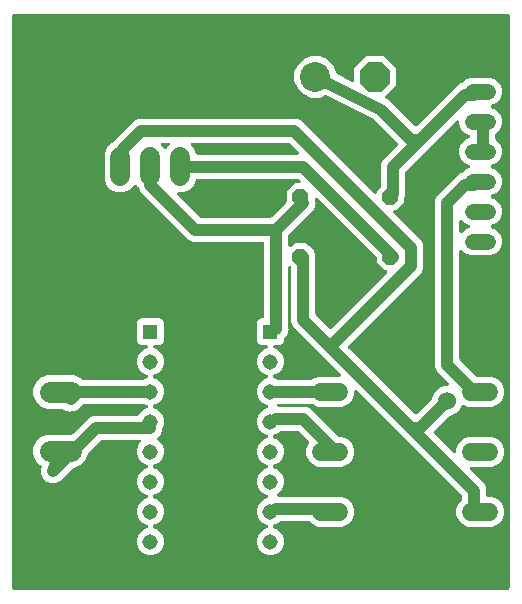
<source format=gbr>
G04 EAGLE Gerber RS-274X export*
G75*
%MOMM*%
%FSLAX34Y34*%
%LPD*%
%INTop Copper*%
%IPPOS*%
%AMOC8*
5,1,8,0,0,1.08239X$1,22.5*%
G01*
%ADD10R,1.308000X1.308000*%
%ADD11C,1.308000*%
%ADD12C,2.540000*%
%ADD13P,2.749271X8X22.500000*%
%ADD14C,1.524000*%
%ADD15C,1.676400*%
%ADD16P,1.429621X8X22.500000*%
%ADD17C,1.320800*%
%ADD18C,1.790700*%
%ADD19C,1.016000*%
%ADD20C,1.524000*%

G36*
X417188Y22876D02*
X417188Y22876D01*
X417307Y22883D01*
X417345Y22896D01*
X417386Y22901D01*
X417496Y22944D01*
X417609Y22981D01*
X417644Y23003D01*
X417681Y23018D01*
X417777Y23087D01*
X417878Y23151D01*
X417906Y23181D01*
X417939Y23204D01*
X418015Y23296D01*
X418096Y23383D01*
X418116Y23418D01*
X418141Y23449D01*
X418192Y23557D01*
X418250Y23661D01*
X418260Y23701D01*
X418277Y23737D01*
X418299Y23854D01*
X418329Y23969D01*
X418333Y24029D01*
X418337Y24049D01*
X418335Y24070D01*
X418339Y24130D01*
X418339Y509170D01*
X418324Y509288D01*
X418317Y509407D01*
X418304Y509445D01*
X418299Y509486D01*
X418256Y509596D01*
X418219Y509709D01*
X418197Y509744D01*
X418182Y509781D01*
X418113Y509877D01*
X418049Y509978D01*
X418019Y510006D01*
X417996Y510039D01*
X417904Y510115D01*
X417817Y510196D01*
X417782Y510216D01*
X417751Y510241D01*
X417643Y510292D01*
X417539Y510350D01*
X417499Y510360D01*
X417463Y510377D01*
X417346Y510399D01*
X417231Y510429D01*
X417171Y510433D01*
X417151Y510437D01*
X417130Y510435D01*
X417070Y510439D01*
X-1270Y510439D01*
X-1388Y510424D01*
X-1507Y510417D01*
X-1545Y510404D01*
X-1586Y510399D01*
X-1696Y510356D01*
X-1809Y510319D01*
X-1844Y510297D01*
X-1881Y510282D01*
X-1977Y510213D01*
X-2078Y510149D01*
X-2106Y510119D01*
X-2139Y510096D01*
X-2215Y510004D01*
X-2296Y509917D01*
X-2316Y509882D01*
X-2341Y509851D01*
X-2392Y509743D01*
X-2450Y509639D01*
X-2460Y509599D01*
X-2477Y509563D01*
X-2499Y509446D01*
X-2529Y509331D01*
X-2533Y509271D01*
X-2537Y509251D01*
X-2535Y509230D01*
X-2539Y509170D01*
X-2539Y24130D01*
X-2524Y24012D01*
X-2517Y23893D01*
X-2504Y23855D01*
X-2499Y23814D01*
X-2456Y23704D01*
X-2419Y23591D01*
X-2397Y23556D01*
X-2382Y23519D01*
X-2313Y23423D01*
X-2249Y23322D01*
X-2219Y23294D01*
X-2196Y23261D01*
X-2104Y23185D01*
X-2017Y23104D01*
X-1982Y23084D01*
X-1951Y23059D01*
X-1843Y23008D01*
X-1739Y22950D01*
X-1699Y22940D01*
X-1663Y22923D01*
X-1546Y22901D01*
X-1431Y22871D01*
X-1371Y22867D01*
X-1351Y22863D01*
X-1330Y22865D01*
X-1270Y22861D01*
X417070Y22861D01*
X417188Y22876D01*
G37*
%LPC*%
G36*
X213588Y51879D02*
X213588Y51879D01*
X209317Y53648D01*
X206048Y56917D01*
X204279Y61188D01*
X204279Y65812D01*
X206048Y70083D01*
X209317Y73352D01*
X213363Y75027D01*
X213484Y75096D01*
X213607Y75161D01*
X213622Y75175D01*
X213639Y75185D01*
X213739Y75282D01*
X213842Y75375D01*
X213853Y75392D01*
X213868Y75406D01*
X213941Y75525D01*
X214017Y75641D01*
X214023Y75660D01*
X214034Y75677D01*
X214075Y75810D01*
X214120Y75942D01*
X214122Y75962D01*
X214128Y75981D01*
X214134Y76120D01*
X214145Y76259D01*
X214142Y76279D01*
X214143Y76299D01*
X214115Y76435D01*
X214091Y76572D01*
X214083Y76591D01*
X214078Y76610D01*
X214017Y76736D01*
X213960Y76862D01*
X213948Y76878D01*
X213939Y76896D01*
X213848Y77002D01*
X213762Y77110D01*
X213746Y77123D01*
X213732Y77138D01*
X213619Y77218D01*
X213508Y77302D01*
X213482Y77314D01*
X213472Y77321D01*
X213453Y77328D01*
X213363Y77373D01*
X209317Y79048D01*
X206048Y82317D01*
X204279Y86588D01*
X204279Y91212D01*
X206048Y95483D01*
X209317Y98752D01*
X213363Y100427D01*
X213484Y100496D01*
X213607Y100561D01*
X213622Y100575D01*
X213639Y100585D01*
X213739Y100682D01*
X213842Y100775D01*
X213853Y100792D01*
X213868Y100806D01*
X213941Y100925D01*
X214017Y101041D01*
X214023Y101060D01*
X214034Y101077D01*
X214075Y101210D01*
X214120Y101342D01*
X214122Y101362D01*
X214128Y101381D01*
X214134Y101520D01*
X214145Y101659D01*
X214142Y101679D01*
X214143Y101699D01*
X214115Y101835D01*
X214091Y101972D01*
X214083Y101991D01*
X214078Y102010D01*
X214017Y102136D01*
X213960Y102262D01*
X213948Y102278D01*
X213939Y102296D01*
X213848Y102402D01*
X213762Y102510D01*
X213746Y102523D01*
X213732Y102538D01*
X213619Y102618D01*
X213508Y102702D01*
X213482Y102714D01*
X213472Y102721D01*
X213453Y102728D01*
X213363Y102773D01*
X209317Y104448D01*
X206048Y107717D01*
X204279Y111988D01*
X204279Y116612D01*
X206048Y120883D01*
X209317Y124152D01*
X213363Y125827D01*
X213484Y125896D01*
X213607Y125961D01*
X213622Y125975D01*
X213639Y125985D01*
X213739Y126082D01*
X213842Y126175D01*
X213853Y126192D01*
X213868Y126206D01*
X213941Y126325D01*
X214017Y126441D01*
X214023Y126460D01*
X214034Y126477D01*
X214075Y126610D01*
X214120Y126742D01*
X214122Y126762D01*
X214128Y126781D01*
X214134Y126920D01*
X214145Y127059D01*
X214142Y127079D01*
X214143Y127099D01*
X214115Y127235D01*
X214091Y127372D01*
X214083Y127391D01*
X214078Y127410D01*
X214017Y127536D01*
X213960Y127662D01*
X213948Y127678D01*
X213939Y127696D01*
X213848Y127802D01*
X213762Y127910D01*
X213746Y127923D01*
X213732Y127938D01*
X213619Y128018D01*
X213508Y128102D01*
X213482Y128114D01*
X213472Y128121D01*
X213453Y128128D01*
X213363Y128173D01*
X209317Y129848D01*
X206048Y133117D01*
X204279Y137388D01*
X204279Y142012D01*
X206048Y146283D01*
X209317Y149552D01*
X213363Y151227D01*
X213484Y151296D01*
X213607Y151361D01*
X213622Y151375D01*
X213639Y151385D01*
X213739Y151482D01*
X213842Y151575D01*
X213853Y151592D01*
X213868Y151606D01*
X213941Y151725D01*
X214017Y151841D01*
X214023Y151860D01*
X214034Y151877D01*
X214075Y152010D01*
X214120Y152142D01*
X214122Y152162D01*
X214128Y152181D01*
X214134Y152320D01*
X214145Y152459D01*
X214142Y152479D01*
X214143Y152499D01*
X214115Y152635D01*
X214091Y152772D01*
X214083Y152791D01*
X214078Y152810D01*
X214017Y152936D01*
X213960Y153062D01*
X213948Y153078D01*
X213939Y153096D01*
X213848Y153202D01*
X213762Y153310D01*
X213746Y153323D01*
X213732Y153338D01*
X213619Y153418D01*
X213508Y153502D01*
X213482Y153514D01*
X213472Y153521D01*
X213453Y153528D01*
X213363Y153573D01*
X209317Y155248D01*
X206048Y158517D01*
X204279Y162788D01*
X204279Y167412D01*
X206048Y171683D01*
X209317Y174952D01*
X213363Y176627D01*
X213484Y176696D01*
X213607Y176761D01*
X213622Y176775D01*
X213639Y176785D01*
X213739Y176882D01*
X213842Y176975D01*
X213853Y176992D01*
X213868Y177006D01*
X213941Y177125D01*
X214017Y177241D01*
X214023Y177260D01*
X214034Y177277D01*
X214075Y177410D01*
X214120Y177542D01*
X214122Y177562D01*
X214128Y177581D01*
X214134Y177720D01*
X214145Y177859D01*
X214142Y177879D01*
X214143Y177899D01*
X214115Y178035D01*
X214091Y178172D01*
X214083Y178191D01*
X214078Y178210D01*
X214017Y178336D01*
X213960Y178462D01*
X213948Y178478D01*
X213939Y178496D01*
X213848Y178602D01*
X213762Y178710D01*
X213746Y178723D01*
X213732Y178738D01*
X213619Y178818D01*
X213508Y178902D01*
X213482Y178914D01*
X213472Y178921D01*
X213453Y178928D01*
X213363Y178973D01*
X209317Y180648D01*
X206048Y183917D01*
X204279Y188188D01*
X204279Y192812D01*
X206048Y197083D01*
X209317Y200352D01*
X213363Y202027D01*
X213484Y202096D01*
X213607Y202161D01*
X213622Y202175D01*
X213639Y202185D01*
X213739Y202282D01*
X213842Y202375D01*
X213853Y202392D01*
X213868Y202406D01*
X213941Y202525D01*
X214017Y202641D01*
X214023Y202660D01*
X214034Y202677D01*
X214075Y202810D01*
X214120Y202942D01*
X214122Y202962D01*
X214128Y202981D01*
X214134Y203120D01*
X214145Y203259D01*
X214142Y203279D01*
X214143Y203299D01*
X214115Y203435D01*
X214091Y203572D01*
X214083Y203591D01*
X214078Y203610D01*
X214017Y203736D01*
X213960Y203862D01*
X213948Y203878D01*
X213939Y203896D01*
X213848Y204002D01*
X213762Y204110D01*
X213746Y204123D01*
X213732Y204138D01*
X213619Y204218D01*
X213508Y204302D01*
X213482Y204314D01*
X213472Y204321D01*
X213453Y204328D01*
X213363Y204373D01*
X209317Y206048D01*
X206048Y209317D01*
X204279Y213588D01*
X204279Y218212D01*
X206048Y222483D01*
X209317Y225752D01*
X212904Y227237D01*
X212965Y227272D01*
X213030Y227298D01*
X213103Y227350D01*
X213181Y227395D01*
X213231Y227443D01*
X213287Y227484D01*
X213345Y227554D01*
X213409Y227616D01*
X213446Y227676D01*
X213490Y227729D01*
X213528Y227811D01*
X213575Y227887D01*
X213596Y227954D01*
X213626Y228017D01*
X213643Y228105D01*
X213669Y228191D01*
X213672Y228261D01*
X213685Y228330D01*
X213680Y228419D01*
X213684Y228509D01*
X213670Y228577D01*
X213666Y228647D01*
X213638Y228732D01*
X213620Y228820D01*
X213589Y228883D01*
X213568Y228949D01*
X213520Y229025D01*
X213480Y229106D01*
X213435Y229159D01*
X213398Y229218D01*
X213332Y229280D01*
X213274Y229348D01*
X213217Y229388D01*
X213166Y229436D01*
X213087Y229479D01*
X213014Y229531D01*
X212948Y229556D01*
X212887Y229590D01*
X212801Y229612D01*
X212716Y229644D01*
X212647Y229652D01*
X212579Y229669D01*
X212419Y229679D01*
X208349Y229679D01*
X206482Y230453D01*
X205053Y231882D01*
X204279Y233749D01*
X204279Y248851D01*
X205053Y250718D01*
X206482Y252147D01*
X208349Y252921D01*
X209550Y252921D01*
X209668Y252936D01*
X209787Y252943D01*
X209825Y252956D01*
X209866Y252961D01*
X209976Y253004D01*
X210089Y253041D01*
X210124Y253063D01*
X210161Y253078D01*
X210257Y253147D01*
X210358Y253211D01*
X210386Y253241D01*
X210419Y253264D01*
X210495Y253356D01*
X210576Y253443D01*
X210596Y253478D01*
X210621Y253509D01*
X210672Y253617D01*
X210730Y253721D01*
X210740Y253761D01*
X210757Y253797D01*
X210779Y253914D01*
X210809Y254029D01*
X210813Y254089D01*
X210817Y254109D01*
X210815Y254130D01*
X210819Y254190D01*
X210819Y316230D01*
X210804Y316348D01*
X210797Y316467D01*
X210784Y316505D01*
X210779Y316546D01*
X210736Y316656D01*
X210699Y316769D01*
X210677Y316804D01*
X210662Y316841D01*
X210593Y316937D01*
X210529Y317038D01*
X210499Y317066D01*
X210476Y317099D01*
X210384Y317175D01*
X210297Y317256D01*
X210262Y317276D01*
X210231Y317301D01*
X210123Y317352D01*
X210019Y317410D01*
X209979Y317420D01*
X209943Y317437D01*
X209826Y317459D01*
X209711Y317489D01*
X209651Y317493D01*
X209631Y317497D01*
X209610Y317495D01*
X209550Y317499D01*
X150379Y317499D01*
X146644Y319046D01*
X105686Y360004D01*
X104235Y363507D01*
X104231Y363515D01*
X104228Y363524D01*
X104218Y363541D01*
X104212Y363559D01*
X104145Y363665D01*
X104078Y363783D01*
X104071Y363790D01*
X104067Y363798D01*
X104047Y363820D01*
X104042Y363828D01*
X104031Y363838D01*
X103960Y363919D01*
X102887Y364992D01*
X102773Y365268D01*
X102704Y365388D01*
X102639Y365511D01*
X102625Y365526D01*
X102615Y365544D01*
X102518Y365644D01*
X102425Y365747D01*
X102408Y365758D01*
X102394Y365772D01*
X102275Y365845D01*
X102159Y365921D01*
X102140Y365928D01*
X102123Y365939D01*
X101990Y365980D01*
X101858Y366025D01*
X101838Y366026D01*
X101819Y366032D01*
X101680Y366039D01*
X101541Y366050D01*
X101521Y366046D01*
X101501Y366047D01*
X101365Y366019D01*
X101228Y365995D01*
X101209Y365987D01*
X101190Y365983D01*
X101065Y365922D01*
X100938Y365865D01*
X100922Y365852D01*
X100904Y365843D01*
X100798Y365753D01*
X100689Y365666D01*
X100677Y365650D01*
X100662Y365637D01*
X100582Y365524D01*
X100498Y365412D01*
X100486Y365387D01*
X100479Y365377D01*
X100472Y365358D01*
X100427Y365268D01*
X100313Y364992D01*
X96526Y361205D01*
X91578Y359155D01*
X86222Y359155D01*
X81274Y361205D01*
X77487Y364992D01*
X75437Y369940D01*
X75437Y392060D01*
X77487Y397008D01*
X81274Y400795D01*
X82062Y401121D01*
X82148Y401171D01*
X82238Y401211D01*
X82285Y401249D01*
X82338Y401279D01*
X82409Y401348D01*
X82486Y401410D01*
X82523Y401458D01*
X82566Y401500D01*
X82618Y401585D01*
X82678Y401664D01*
X82722Y401754D01*
X82733Y401771D01*
X82736Y401783D01*
X82749Y401808D01*
X82826Y401996D01*
X100924Y420094D01*
X104659Y421641D01*
X238241Y421641D01*
X241976Y420094D01*
X303649Y358421D01*
X303759Y358336D01*
X303865Y358247D01*
X303884Y358238D01*
X303900Y358226D01*
X304028Y358171D01*
X304153Y358112D01*
X304173Y358108D01*
X304192Y358100D01*
X304330Y358078D01*
X304466Y358052D01*
X304486Y358053D01*
X304506Y358050D01*
X304645Y358063D01*
X304783Y358071D01*
X304802Y358078D01*
X304822Y358080D01*
X304954Y358127D01*
X305085Y358170D01*
X305103Y358180D01*
X305122Y358187D01*
X305237Y358265D01*
X305354Y358340D01*
X305368Y358354D01*
X305385Y358366D01*
X305477Y358470D01*
X305572Y358571D01*
X305582Y358589D01*
X305595Y358604D01*
X305659Y358728D01*
X305726Y358850D01*
X305731Y358869D01*
X305740Y358887D01*
X305770Y359023D01*
X305805Y359158D01*
X305807Y359186D01*
X305810Y359198D01*
X305809Y359218D01*
X305815Y359318D01*
X305815Y360440D01*
X309508Y364132D01*
X309568Y364210D01*
X309636Y364283D01*
X309665Y364336D01*
X309702Y364383D01*
X309742Y364474D01*
X309790Y364561D01*
X309805Y364620D01*
X309829Y364675D01*
X309844Y364773D01*
X309869Y364869D01*
X309875Y364969D01*
X309879Y364989D01*
X309877Y365002D01*
X309879Y365030D01*
X309879Y383021D01*
X311426Y386756D01*
X314463Y389792D01*
X323823Y399152D01*
X323896Y399247D01*
X323975Y399336D01*
X323993Y399372D01*
X324018Y399404D01*
X324065Y399513D01*
X324119Y399619D01*
X324128Y399658D01*
X324144Y399696D01*
X324163Y399813D01*
X324189Y399929D01*
X324188Y399970D01*
X324194Y400010D01*
X324183Y400128D01*
X324179Y400247D01*
X324168Y400286D01*
X324164Y400326D01*
X324124Y400439D01*
X324091Y400553D01*
X324070Y400587D01*
X324057Y400626D01*
X323990Y400724D01*
X323929Y400827D01*
X323890Y400872D01*
X323878Y400889D01*
X323863Y400902D01*
X323823Y400947D01*
X304007Y420764D01*
X303909Y420840D01*
X303816Y420921D01*
X303771Y420947D01*
X303755Y420959D01*
X303736Y420967D01*
X303677Y421002D01*
X263144Y441268D01*
X263008Y441316D01*
X262874Y441367D01*
X262858Y441368D01*
X262844Y441374D01*
X262701Y441386D01*
X262558Y441402D01*
X262542Y441400D01*
X262527Y441401D01*
X262386Y441378D01*
X262243Y441358D01*
X262223Y441351D01*
X262213Y441349D01*
X262196Y441342D01*
X262090Y441305D01*
X257537Y439419D01*
X250463Y439419D01*
X243928Y442126D01*
X238926Y447128D01*
X236219Y453663D01*
X236219Y460737D01*
X238926Y467272D01*
X243928Y472274D01*
X250463Y474981D01*
X257537Y474981D01*
X264072Y472274D01*
X269074Y467272D01*
X271781Y460737D01*
X271781Y460454D01*
X271799Y460312D01*
X271813Y460169D01*
X271819Y460154D01*
X271821Y460139D01*
X271873Y460005D01*
X271923Y459871D01*
X271932Y459858D01*
X271938Y459843D01*
X272022Y459727D01*
X272103Y459609D01*
X272115Y459598D01*
X272124Y459586D01*
X272235Y459494D01*
X272343Y459400D01*
X272362Y459389D01*
X272369Y459383D01*
X272386Y459375D01*
X272482Y459319D01*
X285182Y452969D01*
X285272Y452937D01*
X285357Y452897D01*
X285421Y452885D01*
X285482Y452863D01*
X285577Y452855D01*
X285670Y452837D01*
X285734Y452841D01*
X285799Y452836D01*
X285893Y452851D01*
X285987Y452857D01*
X286049Y452877D01*
X286113Y452888D01*
X286200Y452926D01*
X286289Y452955D01*
X286344Y452990D01*
X286404Y453016D01*
X286478Y453075D01*
X286558Y453125D01*
X286603Y453173D01*
X286654Y453213D01*
X286711Y453288D01*
X286776Y453357D01*
X286807Y453414D01*
X286847Y453466D01*
X286884Y453553D01*
X286930Y453635D01*
X286946Y453698D01*
X286971Y453758D01*
X286985Y453852D01*
X287009Y453943D01*
X287016Y454054D01*
X287019Y454073D01*
X287018Y454083D01*
X287019Y454104D01*
X287019Y464565D01*
X297435Y474981D01*
X312165Y474981D01*
X322581Y464565D01*
X322581Y449835D01*
X313449Y440703D01*
X313446Y440700D01*
X313443Y440697D01*
X313349Y440575D01*
X313254Y440452D01*
X313252Y440448D01*
X313250Y440444D01*
X313189Y440302D01*
X313128Y440160D01*
X313127Y440156D01*
X313125Y440152D01*
X313102Y439999D01*
X313078Y439846D01*
X313078Y439842D01*
X313078Y439837D01*
X313093Y439685D01*
X313108Y439529D01*
X313109Y439525D01*
X313110Y439521D01*
X313163Y439377D01*
X313215Y439230D01*
X313218Y439226D01*
X313219Y439222D01*
X313307Y439096D01*
X313394Y438967D01*
X313397Y438964D01*
X313400Y438960D01*
X313515Y438860D01*
X313632Y438757D01*
X313636Y438754D01*
X313640Y438752D01*
X313779Y438671D01*
X314061Y438530D01*
X314081Y438522D01*
X314143Y438492D01*
X315636Y437874D01*
X315753Y437756D01*
X315851Y437680D01*
X315944Y437599D01*
X315989Y437573D01*
X316005Y437561D01*
X316024Y437553D01*
X316083Y437518D01*
X316232Y437444D01*
X317290Y436224D01*
X317306Y436210D01*
X317351Y436158D01*
X338193Y415317D01*
X338287Y415244D01*
X338376Y415165D01*
X338412Y415147D01*
X338444Y415122D01*
X338553Y415075D01*
X338659Y415021D01*
X338698Y415012D01*
X338736Y414996D01*
X338853Y414977D01*
X338969Y414951D01*
X339010Y414952D01*
X339050Y414946D01*
X339168Y414957D01*
X339287Y414961D01*
X339326Y414972D01*
X339366Y414976D01*
X339479Y415016D01*
X339593Y415049D01*
X339628Y415070D01*
X339666Y415083D01*
X339764Y415150D01*
X339867Y415211D01*
X339912Y415250D01*
X339929Y415262D01*
X339942Y415277D01*
X339988Y415317D01*
X375244Y450574D01*
X377402Y451468D01*
X377410Y451472D01*
X377419Y451475D01*
X377548Y451551D01*
X377679Y451625D01*
X377685Y451632D01*
X377693Y451636D01*
X377814Y451743D01*
X380477Y454406D01*
X384772Y456185D01*
X402628Y456185D01*
X406923Y454406D01*
X410210Y451119D01*
X411989Y446824D01*
X411989Y442176D01*
X410210Y437881D01*
X406923Y434594D01*
X403008Y432973D01*
X402887Y432904D01*
X402764Y432839D01*
X402749Y432825D01*
X402732Y432815D01*
X402632Y432718D01*
X402529Y432625D01*
X402518Y432608D01*
X402503Y432594D01*
X402431Y432475D01*
X402354Y432359D01*
X402348Y432340D01*
X402337Y432323D01*
X402296Y432190D01*
X402251Y432058D01*
X402250Y432038D01*
X402244Y432019D01*
X402237Y431880D01*
X402226Y431741D01*
X402229Y431721D01*
X402228Y431701D01*
X402257Y431565D01*
X402280Y431428D01*
X402289Y431409D01*
X402293Y431390D01*
X402354Y431264D01*
X402411Y431138D01*
X402424Y431122D01*
X402432Y431104D01*
X402523Y430998D01*
X402610Y430890D01*
X402626Y430877D01*
X402639Y430862D01*
X402753Y430782D01*
X402864Y430698D01*
X402889Y430686D01*
X402899Y430679D01*
X402918Y430672D01*
X403008Y430627D01*
X406923Y429006D01*
X410210Y425719D01*
X411989Y421424D01*
X411989Y416776D01*
X410210Y412481D01*
X406772Y409044D01*
X406712Y408966D01*
X406644Y408893D01*
X406615Y408840D01*
X406578Y408793D01*
X406538Y408702D01*
X406490Y408615D01*
X406475Y408556D01*
X406451Y408501D01*
X406436Y408403D01*
X406411Y408307D01*
X406405Y408207D01*
X406401Y408187D01*
X406403Y408174D01*
X406401Y408146D01*
X406401Y404654D01*
X406413Y404556D01*
X406416Y404456D01*
X406433Y404398D01*
X406441Y404338D01*
X406477Y404246D01*
X406505Y404151D01*
X406535Y404099D01*
X406558Y404042D01*
X406616Y403962D01*
X406666Y403877D01*
X406732Y403802D01*
X406744Y403785D01*
X406754Y403777D01*
X406772Y403756D01*
X410210Y400319D01*
X411989Y396024D01*
X411989Y391376D01*
X410210Y387081D01*
X406923Y383794D01*
X403008Y382173D01*
X402887Y382104D01*
X402764Y382039D01*
X402749Y382025D01*
X402732Y382015D01*
X402632Y381918D01*
X402529Y381825D01*
X402518Y381808D01*
X402503Y381794D01*
X402431Y381675D01*
X402354Y381559D01*
X402348Y381540D01*
X402337Y381523D01*
X402296Y381390D01*
X402251Y381258D01*
X402250Y381238D01*
X402244Y381219D01*
X402237Y381080D01*
X402226Y380941D01*
X402229Y380921D01*
X402228Y380901D01*
X402257Y380765D01*
X402280Y380628D01*
X402289Y380609D01*
X402293Y380590D01*
X402354Y380464D01*
X402411Y380338D01*
X402424Y380322D01*
X402432Y380304D01*
X402523Y380198D01*
X402610Y380090D01*
X402626Y380077D01*
X402639Y380062D01*
X402753Y379982D01*
X402864Y379898D01*
X402889Y379886D01*
X402899Y379879D01*
X402918Y379872D01*
X403008Y379827D01*
X406923Y378206D01*
X410210Y374919D01*
X411989Y370624D01*
X411989Y365976D01*
X410210Y361681D01*
X406923Y358394D01*
X403008Y356773D01*
X402887Y356704D01*
X402764Y356639D01*
X402749Y356625D01*
X402732Y356615D01*
X402632Y356518D01*
X402529Y356425D01*
X402518Y356408D01*
X402503Y356394D01*
X402431Y356275D01*
X402354Y356159D01*
X402348Y356140D01*
X402337Y356123D01*
X402296Y355990D01*
X402251Y355858D01*
X402250Y355838D01*
X402244Y355819D01*
X402237Y355680D01*
X402226Y355541D01*
X402229Y355521D01*
X402228Y355501D01*
X402257Y355365D01*
X402280Y355228D01*
X402289Y355209D01*
X402293Y355190D01*
X402354Y355064D01*
X402411Y354938D01*
X402424Y354922D01*
X402432Y354904D01*
X402523Y354798D01*
X402610Y354690D01*
X402626Y354677D01*
X402639Y354662D01*
X402753Y354582D01*
X402864Y354498D01*
X402889Y354486D01*
X402899Y354479D01*
X402918Y354472D01*
X403008Y354427D01*
X406923Y352806D01*
X410210Y349519D01*
X411989Y345224D01*
X411989Y340576D01*
X410210Y336281D01*
X406923Y332994D01*
X403008Y331373D01*
X402888Y331304D01*
X402764Y331239D01*
X402750Y331225D01*
X402732Y331215D01*
X402632Y331118D01*
X402529Y331025D01*
X402518Y331008D01*
X402503Y330994D01*
X402431Y330876D01*
X402354Y330759D01*
X402348Y330740D01*
X402337Y330723D01*
X402296Y330590D01*
X402251Y330458D01*
X402250Y330438D01*
X402244Y330419D01*
X402237Y330280D01*
X402226Y330141D01*
X402229Y330121D01*
X402228Y330101D01*
X402257Y329965D01*
X402280Y329828D01*
X402289Y329810D01*
X402293Y329790D01*
X402354Y329664D01*
X402411Y329538D01*
X402424Y329522D01*
X402432Y329504D01*
X402523Y329398D01*
X402610Y329290D01*
X402626Y329277D01*
X402639Y329262D01*
X402753Y329182D01*
X402864Y329098D01*
X402889Y329086D01*
X402899Y329079D01*
X402918Y329072D01*
X403008Y329027D01*
X406923Y327406D01*
X410210Y324119D01*
X411989Y319824D01*
X411989Y315176D01*
X410210Y310881D01*
X406923Y307594D01*
X402628Y305815D01*
X384772Y305815D01*
X380477Y307594D01*
X378087Y309984D01*
X377978Y310069D01*
X377871Y310158D01*
X377852Y310166D01*
X377836Y310179D01*
X377708Y310234D01*
X377583Y310293D01*
X377563Y310297D01*
X377544Y310305D01*
X377406Y310327D01*
X377270Y310353D01*
X377250Y310352D01*
X377230Y310355D01*
X377091Y310342D01*
X376953Y310333D01*
X376934Y310327D01*
X376914Y310325D01*
X376782Y310278D01*
X376651Y310235D01*
X376633Y310224D01*
X376614Y310218D01*
X376499Y310139D01*
X376382Y310065D01*
X376368Y310050D01*
X376351Y310039D01*
X376259Y309935D01*
X376164Y309833D01*
X376154Y309816D01*
X376141Y309801D01*
X376077Y309676D01*
X376010Y309555D01*
X376005Y309535D01*
X375996Y309517D01*
X375966Y309381D01*
X375931Y309247D01*
X375929Y309219D01*
X375926Y309207D01*
X375927Y309187D01*
X375921Y309086D01*
X375921Y218094D01*
X375933Y217996D01*
X375936Y217897D01*
X375953Y217839D01*
X375961Y217779D01*
X375997Y217687D01*
X376025Y217592D01*
X376055Y217540D01*
X376078Y217483D01*
X376136Y217403D01*
X376186Y217318D01*
X376252Y217242D01*
X376264Y217226D01*
X376274Y217218D01*
X376292Y217197D01*
X389917Y203572D01*
X389995Y203512D01*
X390067Y203444D01*
X390120Y203415D01*
X390168Y203378D01*
X390259Y203338D01*
X390346Y203290D01*
X390404Y203275D01*
X390460Y203251D01*
X390558Y203236D01*
X390654Y203211D01*
X390754Y203205D01*
X390774Y203201D01*
X390786Y203203D01*
X390814Y203201D01*
X403846Y203201D01*
X408514Y201267D01*
X412087Y197694D01*
X414021Y193026D01*
X414021Y187974D01*
X412087Y183306D01*
X408514Y179733D01*
X403846Y177799D01*
X383554Y177799D01*
X379476Y179488D01*
X379361Y179520D01*
X379249Y179558D01*
X379208Y179562D01*
X379169Y179572D01*
X379050Y179574D01*
X378932Y179584D01*
X378892Y179577D01*
X378851Y179577D01*
X378736Y179550D01*
X378618Y179529D01*
X378581Y179513D01*
X378542Y179503D01*
X378437Y179447D01*
X378328Y179399D01*
X378297Y179373D01*
X378261Y179354D01*
X378173Y179274D01*
X378080Y179200D01*
X378056Y179168D01*
X378026Y179140D01*
X377960Y179041D01*
X377889Y178946D01*
X377862Y178892D01*
X377851Y178875D01*
X377844Y178855D01*
X377818Y178801D01*
X376527Y175686D01*
X372954Y172113D01*
X368286Y170179D01*
X367954Y170179D01*
X367856Y170167D01*
X367757Y170164D01*
X367699Y170147D01*
X367639Y170139D01*
X367547Y170103D01*
X367452Y170075D01*
X367400Y170045D01*
X367343Y170022D01*
X367263Y169964D01*
X367178Y169914D01*
X367102Y169848D01*
X367086Y169836D01*
X367078Y169826D01*
X367057Y169808D01*
X354357Y157107D01*
X354284Y157013D01*
X354205Y156924D01*
X354187Y156888D01*
X354162Y156856D01*
X354115Y156747D01*
X354061Y156641D01*
X354052Y156602D01*
X354036Y156564D01*
X354017Y156447D01*
X353991Y156331D01*
X353992Y156290D01*
X353986Y156250D01*
X353997Y156132D01*
X354001Y156013D01*
X354012Y155974D01*
X354016Y155934D01*
X354056Y155821D01*
X354089Y155707D01*
X354110Y155672D01*
X354123Y155634D01*
X354190Y155536D01*
X354251Y155433D01*
X354290Y155388D01*
X354302Y155371D01*
X354317Y155358D01*
X354357Y155312D01*
X371213Y138457D01*
X371322Y138372D01*
X371429Y138283D01*
X371448Y138274D01*
X371464Y138262D01*
X371592Y138207D01*
X371717Y138148D01*
X371737Y138144D01*
X371756Y138136D01*
X371894Y138114D01*
X372030Y138088D01*
X372050Y138089D01*
X372070Y138086D01*
X372209Y138099D01*
X372347Y138107D01*
X372366Y138114D01*
X372386Y138116D01*
X372518Y138163D01*
X372649Y138206D01*
X372667Y138216D01*
X372686Y138223D01*
X372801Y138301D01*
X372918Y138376D01*
X372932Y138390D01*
X372949Y138402D01*
X373041Y138506D01*
X373136Y138607D01*
X373146Y138625D01*
X373159Y138640D01*
X373223Y138764D01*
X373290Y138886D01*
X373295Y138905D01*
X373304Y138923D01*
X373334Y139059D01*
X373369Y139194D01*
X373371Y139222D01*
X373374Y139234D01*
X373373Y139254D01*
X373379Y139354D01*
X373379Y142226D01*
X375313Y146894D01*
X378886Y150467D01*
X383554Y152401D01*
X403846Y152401D01*
X408514Y150467D01*
X412087Y146894D01*
X414021Y142226D01*
X414021Y137174D01*
X412087Y132506D01*
X408514Y128933D01*
X403846Y126999D01*
X385734Y126999D01*
X385597Y126982D01*
X385458Y126969D01*
X385439Y126962D01*
X385419Y126959D01*
X385290Y126908D01*
X385159Y126861D01*
X385142Y126850D01*
X385123Y126842D01*
X385011Y126761D01*
X384896Y126683D01*
X384882Y126667D01*
X384866Y126656D01*
X384777Y126548D01*
X384685Y126444D01*
X384676Y126426D01*
X384663Y126411D01*
X384604Y126285D01*
X384541Y126161D01*
X384536Y126141D01*
X384528Y126123D01*
X384501Y125987D01*
X384471Y125851D01*
X384472Y125830D01*
X384468Y125811D01*
X384476Y125672D01*
X384481Y125533D01*
X384486Y125513D01*
X384487Y125493D01*
X384530Y125361D01*
X384569Y125227D01*
X384579Y125210D01*
X384586Y125191D01*
X384660Y125073D01*
X384731Y124953D01*
X384749Y124932D01*
X384756Y124922D01*
X384771Y124908D01*
X384837Y124833D01*
X394197Y115472D01*
X397234Y112436D01*
X398781Y108701D01*
X398781Y102870D01*
X398796Y102752D01*
X398803Y102633D01*
X398816Y102595D01*
X398821Y102554D01*
X398864Y102444D01*
X398901Y102331D01*
X398923Y102296D01*
X398938Y102259D01*
X399007Y102163D01*
X399071Y102062D01*
X399101Y102034D01*
X399124Y102001D01*
X399216Y101925D01*
X399303Y101844D01*
X399338Y101824D01*
X399369Y101799D01*
X399477Y101748D01*
X399581Y101690D01*
X399621Y101680D01*
X399657Y101663D01*
X399774Y101641D01*
X399889Y101611D01*
X399949Y101607D01*
X399969Y101603D01*
X399990Y101605D01*
X400050Y101601D01*
X403846Y101601D01*
X408514Y99667D01*
X412087Y96094D01*
X414021Y91426D01*
X414021Y86374D01*
X412087Y81706D01*
X408514Y78133D01*
X403846Y76199D01*
X383554Y76199D01*
X378886Y78133D01*
X375313Y81706D01*
X373379Y86374D01*
X373379Y91426D01*
X375313Y96094D01*
X378088Y98869D01*
X378148Y98947D01*
X378216Y99019D01*
X378245Y99072D01*
X378282Y99120D01*
X378322Y99211D01*
X378370Y99298D01*
X378385Y99356D01*
X378409Y99412D01*
X378424Y99510D01*
X378449Y99606D01*
X378455Y99706D01*
X378459Y99726D01*
X378457Y99739D01*
X378459Y99767D01*
X378459Y101946D01*
X378447Y102044D01*
X378444Y102143D01*
X378427Y102201D01*
X378419Y102261D01*
X378383Y102353D01*
X378355Y102448D01*
X378325Y102500D01*
X378302Y102557D01*
X378244Y102637D01*
X378194Y102722D01*
X378128Y102798D01*
X378116Y102814D01*
X378106Y102822D01*
X378088Y102843D01*
X329703Y151228D01*
X326488Y154443D01*
X289187Y191743D01*
X289078Y191828D01*
X288971Y191917D01*
X288952Y191926D01*
X288936Y191938D01*
X288808Y191993D01*
X288683Y192052D01*
X288663Y192056D01*
X288644Y192064D01*
X288506Y192086D01*
X288370Y192112D01*
X288350Y192111D01*
X288330Y192114D01*
X288191Y192101D01*
X288053Y192093D01*
X288034Y192086D01*
X288014Y192084D01*
X287882Y192037D01*
X287751Y191994D01*
X287733Y191984D01*
X287714Y191977D01*
X287599Y191899D01*
X287482Y191824D01*
X287468Y191810D01*
X287451Y191798D01*
X287359Y191694D01*
X287264Y191593D01*
X287254Y191575D01*
X287241Y191560D01*
X287177Y191436D01*
X287110Y191314D01*
X287105Y191295D01*
X287096Y191277D01*
X287066Y191141D01*
X287031Y191006D01*
X287029Y190978D01*
X287026Y190966D01*
X287027Y190946D01*
X287021Y190846D01*
X287021Y187974D01*
X285087Y183306D01*
X281514Y179733D01*
X276846Y177799D01*
X256554Y177799D01*
X251886Y179733D01*
X251651Y179968D01*
X251573Y180028D01*
X251501Y180096D01*
X251448Y180125D01*
X251400Y180162D01*
X251309Y180202D01*
X251222Y180250D01*
X251164Y180265D01*
X251108Y180289D01*
X251010Y180304D01*
X250914Y180329D01*
X250814Y180335D01*
X250794Y180339D01*
X250781Y180337D01*
X250753Y180339D01*
X222835Y180339D01*
X222780Y180332D01*
X222726Y180335D01*
X222623Y180313D01*
X222519Y180299D01*
X222468Y180279D01*
X222415Y180268D01*
X222321Y180221D01*
X222223Y180182D01*
X222179Y180150D01*
X222130Y180126D01*
X222051Y180057D01*
X221966Y179996D01*
X221931Y179953D01*
X221890Y179917D01*
X221830Y179831D01*
X221763Y179751D01*
X221740Y179701D01*
X221709Y179656D01*
X221672Y179558D01*
X221628Y179463D01*
X221617Y179409D01*
X221598Y179358D01*
X221588Y179253D01*
X221568Y179151D01*
X221571Y179096D01*
X221566Y179041D01*
X221581Y178938D01*
X221588Y178833D01*
X221605Y178781D01*
X221613Y178727D01*
X221653Y178630D01*
X221686Y178531D01*
X221715Y178484D01*
X221736Y178434D01*
X221800Y178350D01*
X221856Y178262D01*
X221896Y178224D01*
X221929Y178181D01*
X222011Y178116D01*
X222088Y178044D01*
X222135Y178018D01*
X222178Y177984D01*
X222274Y177941D01*
X222366Y177890D01*
X222419Y177877D01*
X222469Y177855D01*
X222626Y177818D01*
X222650Y177817D01*
X222674Y177811D01*
X222835Y177801D01*
X245861Y177801D01*
X249596Y176254D01*
X272277Y153572D01*
X273077Y152773D01*
X273155Y152712D01*
X273227Y152644D01*
X273280Y152615D01*
X273328Y152578D01*
X273419Y152538D01*
X273506Y152490D01*
X273564Y152475D01*
X273620Y152451D01*
X273718Y152436D01*
X273814Y152411D01*
X273914Y152405D01*
X273934Y152401D01*
X273946Y152403D01*
X273974Y152401D01*
X276846Y152401D01*
X281514Y150467D01*
X285087Y146894D01*
X287021Y142226D01*
X287021Y137174D01*
X285087Y132506D01*
X281514Y128933D01*
X276846Y126999D01*
X256554Y126999D01*
X251886Y128933D01*
X248313Y132506D01*
X246379Y137174D01*
X246379Y142226D01*
X248313Y146894D01*
X248367Y146949D01*
X248440Y147043D01*
X248519Y147132D01*
X248537Y147168D01*
X248562Y147200D01*
X248609Y147309D01*
X248663Y147415D01*
X248672Y147454D01*
X248688Y147492D01*
X248707Y147609D01*
X248733Y147725D01*
X248732Y147766D01*
X248738Y147806D01*
X248727Y147924D01*
X248723Y148043D01*
X248712Y148082D01*
X248708Y148122D01*
X248668Y148235D01*
X248635Y148349D01*
X248614Y148384D01*
X248601Y148422D01*
X248534Y148520D01*
X248473Y148623D01*
X248434Y148668D01*
X248422Y148685D01*
X248407Y148698D01*
X248367Y148744D01*
X240003Y157108D01*
X239925Y157168D01*
X239853Y157236D01*
X239800Y157265D01*
X239752Y157302D01*
X239661Y157342D01*
X239574Y157390D01*
X239516Y157405D01*
X239460Y157429D01*
X239362Y157444D01*
X239266Y157469D01*
X239166Y157475D01*
X239146Y157479D01*
X239134Y157477D01*
X239106Y157479D01*
X225239Y157479D01*
X225141Y157467D01*
X225042Y157464D01*
X224984Y157447D01*
X224924Y157439D01*
X224832Y157403D01*
X224737Y157375D01*
X224684Y157345D01*
X224628Y157322D01*
X224548Y157264D01*
X224463Y157214D01*
X224387Y157148D01*
X224371Y157136D01*
X224363Y157126D01*
X224342Y157108D01*
X222483Y155248D01*
X218437Y153573D01*
X218316Y153504D01*
X218193Y153439D01*
X218178Y153425D01*
X218161Y153415D01*
X218061Y153318D01*
X217958Y153225D01*
X217947Y153208D01*
X217932Y153194D01*
X217860Y153076D01*
X217783Y152959D01*
X217777Y152940D01*
X217766Y152923D01*
X217725Y152790D01*
X217680Y152658D01*
X217678Y152638D01*
X217672Y152619D01*
X217666Y152480D01*
X217655Y152341D01*
X217658Y152321D01*
X217657Y152301D01*
X217685Y152165D01*
X217709Y152028D01*
X217717Y152009D01*
X217722Y151990D01*
X217783Y151865D01*
X217840Y151738D01*
X217852Y151722D01*
X217861Y151704D01*
X217952Y151598D01*
X218038Y151490D01*
X218054Y151477D01*
X218068Y151462D01*
X218181Y151382D01*
X218292Y151298D01*
X218318Y151286D01*
X218328Y151279D01*
X218347Y151272D01*
X218437Y151227D01*
X222483Y149552D01*
X225752Y146283D01*
X227521Y142012D01*
X227521Y137388D01*
X225752Y133117D01*
X222483Y129848D01*
X218437Y128173D01*
X218316Y128104D01*
X218193Y128039D01*
X218178Y128025D01*
X218161Y128015D01*
X218061Y127918D01*
X217958Y127825D01*
X217947Y127808D01*
X217932Y127794D01*
X217860Y127676D01*
X217783Y127559D01*
X217777Y127540D01*
X217766Y127523D01*
X217725Y127390D01*
X217680Y127258D01*
X217678Y127238D01*
X217672Y127219D01*
X217666Y127080D01*
X217655Y126941D01*
X217658Y126921D01*
X217657Y126901D01*
X217685Y126764D01*
X217709Y126628D01*
X217717Y126609D01*
X217722Y126590D01*
X217783Y126464D01*
X217840Y126338D01*
X217852Y126322D01*
X217861Y126304D01*
X217952Y126198D01*
X218038Y126090D01*
X218054Y126077D01*
X218068Y126062D01*
X218181Y125982D01*
X218292Y125898D01*
X218318Y125886D01*
X218328Y125879D01*
X218347Y125872D01*
X218437Y125827D01*
X222483Y124152D01*
X225752Y120883D01*
X227521Y116612D01*
X227521Y111988D01*
X225752Y107717D01*
X222483Y104448D01*
X221796Y104164D01*
X221696Y104107D01*
X221593Y104058D01*
X221559Y104029D01*
X221520Y104006D01*
X221437Y103927D01*
X221350Y103853D01*
X221323Y103816D01*
X221291Y103785D01*
X221231Y103687D01*
X221165Y103594D01*
X221148Y103552D01*
X221125Y103514D01*
X221091Y103404D01*
X221050Y103298D01*
X221044Y103253D01*
X221031Y103210D01*
X221026Y103096D01*
X221012Y102982D01*
X221018Y102937D01*
X221016Y102892D01*
X221039Y102780D01*
X221054Y102667D01*
X221071Y102625D01*
X221080Y102581D01*
X221131Y102478D01*
X221174Y102372D01*
X221200Y102336D01*
X221220Y102295D01*
X221295Y102208D01*
X221362Y102116D01*
X221397Y102087D01*
X221426Y102053D01*
X221520Y101987D01*
X221609Y101915D01*
X221650Y101896D01*
X221686Y101870D01*
X221794Y101830D01*
X221898Y101781D01*
X221942Y101773D01*
X221984Y101757D01*
X222098Y101745D01*
X222210Y101724D01*
X222258Y101724D01*
X222433Y101666D01*
X222555Y101642D01*
X222674Y101611D01*
X222727Y101608D01*
X222745Y101604D01*
X222767Y101605D01*
X222835Y101601D01*
X276846Y101601D01*
X281514Y99667D01*
X285087Y96094D01*
X287021Y91426D01*
X287021Y86374D01*
X285087Y81706D01*
X281514Y78133D01*
X276846Y76199D01*
X256554Y76199D01*
X251886Y78133D01*
X249111Y80908D01*
X249033Y80968D01*
X248961Y81036D01*
X248908Y81065D01*
X248860Y81102D01*
X248769Y81142D01*
X248682Y81190D01*
X248624Y81205D01*
X248568Y81229D01*
X248470Y81244D01*
X248374Y81269D01*
X248274Y81275D01*
X248254Y81279D01*
X248241Y81277D01*
X248213Y81279D01*
X225239Y81279D01*
X225141Y81267D01*
X225042Y81264D01*
X224984Y81247D01*
X224924Y81239D01*
X224832Y81203D01*
X224737Y81175D01*
X224684Y81145D01*
X224628Y81122D01*
X224548Y81064D01*
X224463Y81014D01*
X224387Y80948D01*
X224371Y80936D01*
X224363Y80926D01*
X224342Y80908D01*
X222483Y79048D01*
X218437Y77373D01*
X218316Y77304D01*
X218193Y77239D01*
X218178Y77225D01*
X218161Y77215D01*
X218061Y77118D01*
X217958Y77025D01*
X217947Y77008D01*
X217932Y76994D01*
X217860Y76876D01*
X217783Y76759D01*
X217777Y76740D01*
X217766Y76723D01*
X217725Y76590D01*
X217680Y76458D01*
X217678Y76438D01*
X217672Y76419D01*
X217666Y76280D01*
X217655Y76141D01*
X217658Y76121D01*
X217657Y76101D01*
X217685Y75964D01*
X217709Y75828D01*
X217717Y75809D01*
X217722Y75790D01*
X217783Y75665D01*
X217840Y75538D01*
X217852Y75522D01*
X217861Y75504D01*
X217952Y75398D01*
X218038Y75290D01*
X218054Y75277D01*
X218068Y75262D01*
X218181Y75182D01*
X218292Y75098D01*
X218318Y75086D01*
X218328Y75079D01*
X218347Y75072D01*
X218437Y75027D01*
X222483Y73352D01*
X225752Y70083D01*
X227521Y65812D01*
X227521Y61188D01*
X225752Y56917D01*
X222483Y53648D01*
X218212Y51879D01*
X213588Y51879D01*
G37*
%LPD*%
G36*
X339168Y171117D02*
X339168Y171117D01*
X339287Y171121D01*
X339326Y171132D01*
X339366Y171136D01*
X339479Y171176D01*
X339593Y171209D01*
X339627Y171230D01*
X339666Y171243D01*
X339764Y171310D01*
X339867Y171371D01*
X339912Y171410D01*
X339929Y171422D01*
X339942Y171437D01*
X339987Y171477D01*
X352688Y184177D01*
X352748Y184255D01*
X352816Y184327D01*
X352845Y184380D01*
X352882Y184428D01*
X352922Y184519D01*
X352970Y184606D01*
X352985Y184664D01*
X353009Y184720D01*
X353024Y184818D01*
X353049Y184914D01*
X353055Y185014D01*
X353059Y185034D01*
X353057Y185046D01*
X353059Y185074D01*
X353059Y185406D01*
X354993Y190074D01*
X358566Y193647D01*
X363234Y195581D01*
X366106Y195581D01*
X366243Y195598D01*
X366382Y195611D01*
X366401Y195618D01*
X366421Y195621D01*
X366550Y195672D01*
X366681Y195719D01*
X366698Y195730D01*
X366717Y195738D01*
X366829Y195819D01*
X366944Y195897D01*
X366958Y195913D01*
X366974Y195924D01*
X367063Y196032D01*
X367155Y196136D01*
X367164Y196154D01*
X367177Y196169D01*
X367236Y196295D01*
X367299Y196419D01*
X367304Y196439D01*
X367312Y196457D01*
X367339Y196593D01*
X367369Y196729D01*
X367368Y196750D01*
X367372Y196769D01*
X367364Y196908D01*
X367359Y197047D01*
X367354Y197067D01*
X367353Y197087D01*
X367310Y197219D01*
X367271Y197353D01*
X367261Y197370D01*
X367254Y197389D01*
X367180Y197507D01*
X367109Y197627D01*
X367091Y197648D01*
X367084Y197658D01*
X367069Y197672D01*
X367003Y197747D01*
X357146Y207604D01*
X355599Y211339D01*
X355599Y352541D01*
X357146Y356276D01*
X375244Y374374D01*
X377402Y375268D01*
X377410Y375272D01*
X377419Y375275D01*
X377548Y375351D01*
X377679Y375425D01*
X377685Y375432D01*
X377693Y375436D01*
X377814Y375543D01*
X380477Y378206D01*
X384392Y379827D01*
X384512Y379896D01*
X384636Y379961D01*
X384650Y379975D01*
X384668Y379985D01*
X384768Y380082D01*
X384871Y380175D01*
X384882Y380192D01*
X384897Y380206D01*
X384969Y380324D01*
X385046Y380441D01*
X385052Y380460D01*
X385063Y380477D01*
X385104Y380610D01*
X385149Y380742D01*
X385150Y380762D01*
X385156Y380781D01*
X385163Y380920D01*
X385174Y381059D01*
X385171Y381079D01*
X385172Y381099D01*
X385143Y381235D01*
X385120Y381372D01*
X385111Y381390D01*
X385107Y381410D01*
X385046Y381536D01*
X384989Y381662D01*
X384976Y381678D01*
X384968Y381696D01*
X384877Y381802D01*
X384790Y381910D01*
X384774Y381923D01*
X384761Y381938D01*
X384647Y382018D01*
X384536Y382102D01*
X384511Y382114D01*
X384501Y382121D01*
X384482Y382128D01*
X384392Y382173D01*
X380477Y383794D01*
X377190Y387081D01*
X375411Y391376D01*
X375411Y396024D01*
X377190Y400319D01*
X380477Y403606D01*
X384392Y405227D01*
X384512Y405296D01*
X384636Y405361D01*
X384650Y405375D01*
X384668Y405385D01*
X384768Y405482D01*
X384871Y405575D01*
X384882Y405592D01*
X384897Y405606D01*
X384969Y405724D01*
X385046Y405841D01*
X385052Y405860D01*
X385063Y405877D01*
X385104Y406010D01*
X385149Y406142D01*
X385150Y406162D01*
X385156Y406181D01*
X385163Y406320D01*
X385174Y406459D01*
X385171Y406479D01*
X385172Y406499D01*
X385143Y406635D01*
X385120Y406772D01*
X385111Y406790D01*
X385107Y406810D01*
X385046Y406936D01*
X384989Y407062D01*
X384976Y407078D01*
X384968Y407096D01*
X384877Y407202D01*
X384790Y407310D01*
X384774Y407323D01*
X384761Y407338D01*
X384647Y407418D01*
X384536Y407502D01*
X384511Y407514D01*
X384501Y407521D01*
X384482Y407528D01*
X384392Y407573D01*
X380477Y409194D01*
X377190Y412481D01*
X375411Y416776D01*
X375411Y418938D01*
X375394Y419075D01*
X375381Y419214D01*
X375374Y419233D01*
X375371Y419253D01*
X375320Y419382D01*
X375273Y419513D01*
X375262Y419530D01*
X375254Y419549D01*
X375173Y419661D01*
X375095Y419776D01*
X375079Y419790D01*
X375068Y419806D01*
X374960Y419895D01*
X374856Y419987D01*
X374838Y419996D01*
X374823Y420009D01*
X374697Y420068D01*
X374573Y420131D01*
X374553Y420136D01*
X374535Y420144D01*
X374399Y420171D01*
X374263Y420201D01*
X374242Y420200D01*
X374223Y420204D01*
X374084Y420196D01*
X373945Y420191D01*
X373925Y420186D01*
X373905Y420185D01*
X373773Y420142D01*
X373639Y420103D01*
X373622Y420093D01*
X373603Y420086D01*
X373485Y420012D01*
X373365Y419941D01*
X373344Y419923D01*
X373334Y419916D01*
X373320Y419901D01*
X373245Y419835D01*
X351692Y398283D01*
X330572Y377163D01*
X330512Y377085D01*
X330444Y377013D01*
X330415Y376960D01*
X330378Y376912D01*
X330338Y376821D01*
X330290Y376734D01*
X330275Y376676D01*
X330251Y376620D01*
X330236Y376522D01*
X330211Y376426D01*
X330205Y376326D01*
X330201Y376306D01*
X330203Y376294D01*
X330201Y376266D01*
X330201Y356119D01*
X329281Y353899D01*
X329279Y353890D01*
X329274Y353882D01*
X329237Y353737D01*
X329197Y353593D01*
X329197Y353583D01*
X329195Y353574D01*
X329185Y353414D01*
X329185Y350760D01*
X322340Y343915D01*
X321218Y343915D01*
X321081Y343898D01*
X320942Y343885D01*
X320923Y343878D01*
X320903Y343875D01*
X320774Y343824D01*
X320643Y343777D01*
X320626Y343766D01*
X320607Y343758D01*
X320495Y343677D01*
X320380Y343599D01*
X320366Y343583D01*
X320350Y343572D01*
X320261Y343464D01*
X320169Y343360D01*
X320160Y343342D01*
X320147Y343327D01*
X320088Y343201D01*
X320025Y343077D01*
X320020Y343057D01*
X320012Y343039D01*
X319985Y342903D01*
X319955Y342767D01*
X319956Y342746D01*
X319952Y342727D01*
X319960Y342588D01*
X319965Y342449D01*
X319970Y342429D01*
X319971Y342409D01*
X320014Y342277D01*
X320053Y342143D01*
X320063Y342126D01*
X320070Y342107D01*
X320144Y341989D01*
X320215Y341869D01*
X320233Y341848D01*
X320240Y341838D01*
X320255Y341824D01*
X320321Y341749D01*
X340857Y321212D01*
X343894Y318176D01*
X345441Y314441D01*
X345441Y295159D01*
X343894Y291424D01*
X281967Y229497D01*
X281894Y229403D01*
X281815Y229314D01*
X281797Y229278D01*
X281772Y229246D01*
X281725Y229137D01*
X281671Y229031D01*
X281662Y228992D01*
X281646Y228954D01*
X281627Y228837D01*
X281601Y228721D01*
X281602Y228680D01*
X281596Y228640D01*
X281607Y228522D01*
X281611Y228403D01*
X281622Y228364D01*
X281626Y228324D01*
X281666Y228211D01*
X281699Y228097D01*
X281720Y228062D01*
X281733Y228024D01*
X281800Y227926D01*
X281861Y227823D01*
X281900Y227778D01*
X281912Y227761D01*
X281927Y227748D01*
X281967Y227702D01*
X338192Y171477D01*
X338287Y171404D01*
X338376Y171325D01*
X338412Y171307D01*
X338444Y171282D01*
X338553Y171235D01*
X338659Y171181D01*
X338698Y171172D01*
X338736Y171156D01*
X338853Y171137D01*
X338969Y171111D01*
X339010Y171112D01*
X339050Y171106D01*
X339168Y171117D01*
G37*
%LPC*%
G36*
X111988Y51879D02*
X111988Y51879D01*
X107717Y53648D01*
X104448Y56917D01*
X102679Y61188D01*
X102679Y65812D01*
X104448Y70083D01*
X107717Y73352D01*
X111763Y75027D01*
X111884Y75096D01*
X112007Y75161D01*
X112022Y75175D01*
X112039Y75185D01*
X112139Y75282D01*
X112242Y75375D01*
X112253Y75392D01*
X112268Y75406D01*
X112341Y75525D01*
X112417Y75641D01*
X112423Y75660D01*
X112434Y75677D01*
X112475Y75810D01*
X112520Y75942D01*
X112522Y75962D01*
X112528Y75981D01*
X112534Y76120D01*
X112545Y76259D01*
X112542Y76279D01*
X112543Y76299D01*
X112515Y76435D01*
X112491Y76572D01*
X112483Y76591D01*
X112478Y76610D01*
X112417Y76736D01*
X112360Y76862D01*
X112348Y76878D01*
X112339Y76896D01*
X112248Y77002D01*
X112162Y77110D01*
X112146Y77123D01*
X112132Y77138D01*
X112019Y77218D01*
X111908Y77302D01*
X111882Y77314D01*
X111872Y77321D01*
X111853Y77328D01*
X111763Y77373D01*
X107717Y79048D01*
X104448Y82317D01*
X102679Y86588D01*
X102679Y91212D01*
X104448Y95483D01*
X107717Y98752D01*
X111763Y100427D01*
X111884Y100496D01*
X112007Y100561D01*
X112022Y100575D01*
X112039Y100585D01*
X112139Y100682D01*
X112242Y100775D01*
X112253Y100792D01*
X112268Y100806D01*
X112341Y100925D01*
X112417Y101041D01*
X112423Y101060D01*
X112434Y101077D01*
X112475Y101210D01*
X112520Y101342D01*
X112522Y101362D01*
X112528Y101381D01*
X112534Y101520D01*
X112545Y101659D01*
X112542Y101679D01*
X112543Y101699D01*
X112515Y101835D01*
X112491Y101972D01*
X112483Y101991D01*
X112478Y102010D01*
X112417Y102136D01*
X112360Y102262D01*
X112348Y102278D01*
X112339Y102296D01*
X112248Y102402D01*
X112162Y102510D01*
X112146Y102523D01*
X112132Y102538D01*
X112019Y102618D01*
X111908Y102702D01*
X111882Y102714D01*
X111872Y102721D01*
X111853Y102728D01*
X111763Y102773D01*
X107717Y104448D01*
X104448Y107717D01*
X102679Y111988D01*
X102679Y116612D01*
X104448Y120883D01*
X107717Y124152D01*
X111763Y125827D01*
X111884Y125896D01*
X112007Y125961D01*
X112022Y125975D01*
X112039Y125985D01*
X112139Y126082D01*
X112242Y126175D01*
X112253Y126192D01*
X112268Y126206D01*
X112341Y126325D01*
X112417Y126441D01*
X112423Y126460D01*
X112434Y126477D01*
X112475Y126610D01*
X112520Y126742D01*
X112522Y126762D01*
X112528Y126781D01*
X112534Y126920D01*
X112545Y127059D01*
X112542Y127079D01*
X112543Y127099D01*
X112515Y127235D01*
X112491Y127372D01*
X112483Y127391D01*
X112478Y127410D01*
X112417Y127536D01*
X112360Y127662D01*
X112348Y127678D01*
X112339Y127696D01*
X112248Y127802D01*
X112162Y127910D01*
X112146Y127923D01*
X112132Y127938D01*
X112019Y128018D01*
X111908Y128102D01*
X111882Y128114D01*
X111872Y128121D01*
X111853Y128128D01*
X111763Y128173D01*
X107717Y129848D01*
X104448Y133117D01*
X102679Y137388D01*
X102679Y142012D01*
X104448Y146283D01*
X105858Y147693D01*
X105944Y147802D01*
X106032Y147909D01*
X106041Y147928D01*
X106053Y147944D01*
X106109Y148072D01*
X106168Y148197D01*
X106172Y148217D01*
X106180Y148236D01*
X106202Y148374D01*
X106228Y148510D01*
X106226Y148530D01*
X106229Y148550D01*
X106216Y148689D01*
X106208Y148827D01*
X106202Y148846D01*
X106200Y148866D01*
X106152Y148998D01*
X106110Y149129D01*
X106099Y149147D01*
X106092Y149166D01*
X106014Y149281D01*
X105940Y149398D01*
X105925Y149412D01*
X105913Y149429D01*
X105809Y149521D01*
X105708Y149616D01*
X105690Y149626D01*
X105675Y149639D01*
X105551Y149703D01*
X105429Y149770D01*
X105410Y149775D01*
X105392Y149784D01*
X105256Y149814D01*
X105122Y149849D01*
X105093Y149851D01*
X105081Y149854D01*
X105061Y149853D01*
X104961Y149859D01*
X73314Y149859D01*
X73216Y149847D01*
X73117Y149844D01*
X73059Y149827D01*
X72999Y149819D01*
X72907Y149783D01*
X72812Y149755D01*
X72760Y149725D01*
X72703Y149702D01*
X72623Y149644D01*
X72538Y149594D01*
X72462Y149528D01*
X72446Y149516D01*
X72438Y149506D01*
X72417Y149488D01*
X61459Y138530D01*
X61399Y138452D01*
X61331Y138380D01*
X61302Y138327D01*
X61265Y138279D01*
X61225Y138188D01*
X61177Y138101D01*
X61162Y138043D01*
X61138Y137987D01*
X61123Y137889D01*
X61098Y137793D01*
X61092Y137693D01*
X61088Y137673D01*
X61090Y137661D01*
X61088Y137633D01*
X61088Y137308D01*
X58951Y132150D01*
X55003Y128202D01*
X49845Y126066D01*
X49521Y126066D01*
X49423Y126053D01*
X49324Y126050D01*
X49266Y126034D01*
X49205Y126026D01*
X49113Y125989D01*
X49018Y125962D01*
X48966Y125931D01*
X48910Y125909D01*
X48830Y125851D01*
X48744Y125800D01*
X48669Y125734D01*
X48652Y125722D01*
X48645Y125713D01*
X48623Y125694D01*
X39002Y116072D01*
X38994Y116063D01*
X38974Y116044D01*
X37693Y114679D01*
X37648Y114652D01*
X37520Y114576D01*
X37509Y114566D01*
X37503Y114563D01*
X37493Y114552D01*
X37457Y114521D01*
X35745Y113812D01*
X35734Y113806D01*
X35708Y113796D01*
X34002Y113025D01*
X33950Y113017D01*
X33803Y112996D01*
X33789Y112992D01*
X33782Y112990D01*
X33769Y112985D01*
X33724Y112969D01*
X31871Y112969D01*
X31859Y112968D01*
X31831Y112969D01*
X29959Y112910D01*
X29907Y112922D01*
X29764Y112959D01*
X29749Y112960D01*
X29743Y112962D01*
X29727Y112961D01*
X29681Y112964D01*
X27968Y113674D01*
X27957Y113677D01*
X27931Y113689D01*
X26180Y114350D01*
X26137Y114381D01*
X26018Y114470D01*
X26005Y114477D01*
X26000Y114481D01*
X25986Y114486D01*
X25944Y114507D01*
X24632Y115818D01*
X24623Y115826D01*
X24604Y115846D01*
X23239Y117127D01*
X23212Y117172D01*
X23136Y117300D01*
X23126Y117311D01*
X23123Y117317D01*
X23112Y117327D01*
X23081Y117363D01*
X22372Y119075D01*
X22366Y119086D01*
X22356Y119112D01*
X21585Y120818D01*
X21577Y120870D01*
X21556Y121017D01*
X21552Y121031D01*
X21550Y121038D01*
X21545Y121051D01*
X21529Y121096D01*
X21529Y122949D01*
X21528Y122961D01*
X21529Y122989D01*
X21470Y124861D01*
X21482Y124913D01*
X21519Y125056D01*
X21520Y125071D01*
X21522Y125078D01*
X21521Y125093D01*
X21524Y125139D01*
X22074Y126465D01*
X22086Y126510D01*
X22103Y126546D01*
X22115Y126609D01*
X22144Y126693D01*
X22147Y126733D01*
X22158Y126772D01*
X22159Y126837D01*
X22163Y126859D01*
X22160Y126901D01*
X22169Y127010D01*
X22162Y127049D01*
X22163Y127090D01*
X22143Y127170D01*
X22143Y127176D01*
X22139Y127189D01*
X22135Y127206D01*
X22115Y127323D01*
X22098Y127360D01*
X22089Y127399D01*
X22033Y127505D01*
X21984Y127613D01*
X21959Y127645D01*
X21940Y127680D01*
X21860Y127768D01*
X21785Y127861D01*
X21753Y127886D01*
X21726Y127916D01*
X21626Y127981D01*
X21531Y128053D01*
X21477Y128079D01*
X21460Y128090D01*
X21441Y128097D01*
X21387Y128124D01*
X21197Y128202D01*
X17249Y132150D01*
X15112Y137308D01*
X15112Y142892D01*
X17249Y148050D01*
X21197Y151998D01*
X26355Y154134D01*
X47799Y154134D01*
X47897Y154147D01*
X47996Y154150D01*
X48054Y154166D01*
X48115Y154174D01*
X48207Y154211D01*
X48302Y154238D01*
X48354Y154269D01*
X48410Y154291D01*
X48490Y154349D01*
X48576Y154400D01*
X48651Y154466D01*
X48668Y154478D01*
X48675Y154487D01*
X48697Y154506D01*
X62824Y168634D01*
X66559Y170181D01*
X102978Y170181D01*
X103008Y170184D01*
X103037Y170182D01*
X103165Y170204D01*
X103294Y170221D01*
X103321Y170231D01*
X103350Y170236D01*
X103469Y170290D01*
X103589Y170338D01*
X103613Y170355D01*
X103640Y170367D01*
X103742Y170448D01*
X103847Y170524D01*
X103866Y170547D01*
X103889Y170566D01*
X103967Y170669D01*
X104050Y170769D01*
X104062Y170796D01*
X104080Y170820D01*
X104151Y170964D01*
X104448Y171683D01*
X107717Y174952D01*
X111763Y176627D01*
X111884Y176696D01*
X112007Y176761D01*
X112022Y176775D01*
X112039Y176785D01*
X112139Y176882D01*
X112242Y176975D01*
X112253Y176992D01*
X112268Y177006D01*
X112341Y177125D01*
X112417Y177241D01*
X112423Y177260D01*
X112434Y177277D01*
X112475Y177410D01*
X112520Y177542D01*
X112522Y177562D01*
X112528Y177581D01*
X112534Y177720D01*
X112545Y177859D01*
X112542Y177879D01*
X112543Y177899D01*
X112515Y178035D01*
X112491Y178172D01*
X112483Y178191D01*
X112478Y178210D01*
X112417Y178336D01*
X112360Y178462D01*
X112348Y178478D01*
X112339Y178496D01*
X112248Y178602D01*
X112162Y178710D01*
X112146Y178723D01*
X112132Y178738D01*
X112019Y178818D01*
X111908Y178902D01*
X111882Y178914D01*
X111872Y178921D01*
X111853Y178928D01*
X111763Y178973D01*
X108697Y180243D01*
X108688Y180245D01*
X108680Y180250D01*
X108535Y180287D01*
X108390Y180327D01*
X108381Y180327D01*
X108372Y180329D01*
X108211Y180339D01*
X58074Y180339D01*
X57976Y180327D01*
X57877Y180324D01*
X57819Y180307D01*
X57759Y180299D01*
X57667Y180263D01*
X57572Y180235D01*
X57520Y180205D01*
X57463Y180182D01*
X57383Y180124D01*
X57298Y180074D01*
X57222Y180008D01*
X57206Y179996D01*
X57198Y179986D01*
X57177Y179968D01*
X54527Y177318D01*
X54515Y177302D01*
X54500Y177289D01*
X54397Y177165D01*
X53742Y176262D01*
X53168Y175909D01*
X53114Y175866D01*
X53056Y175832D01*
X52935Y175725D01*
X52458Y175249D01*
X51427Y174822D01*
X51410Y174812D01*
X51391Y174806D01*
X51249Y174731D01*
X50298Y174147D01*
X49632Y174041D01*
X49566Y174021D01*
X49499Y174012D01*
X49346Y173960D01*
X48724Y173702D01*
X47608Y173702D01*
X47588Y173699D01*
X47568Y173701D01*
X47408Y173686D01*
X46306Y173510D01*
X45650Y173667D01*
X45582Y173675D01*
X45516Y173692D01*
X45355Y173702D01*
X44681Y173702D01*
X43650Y174129D01*
X43631Y174134D01*
X43614Y174143D01*
X43460Y174191D01*
X42374Y174450D01*
X41829Y174846D01*
X41769Y174879D01*
X41714Y174920D01*
X41570Y174991D01*
X40947Y175249D01*
X40502Y175694D01*
X40423Y175755D01*
X40351Y175823D01*
X40298Y175852D01*
X40250Y175889D01*
X40159Y175928D01*
X40073Y175976D01*
X40014Y175991D01*
X39959Y176015D01*
X39861Y176031D01*
X39765Y176056D01*
X39665Y176062D01*
X39644Y176065D01*
X39632Y176064D01*
X39604Y176066D01*
X26355Y176066D01*
X21197Y178202D01*
X17249Y182150D01*
X15112Y187308D01*
X15112Y192892D01*
X17249Y198050D01*
X21197Y201998D01*
X26355Y204134D01*
X49845Y204134D01*
X55003Y201998D01*
X55968Y201033D01*
X56046Y200972D01*
X56119Y200904D01*
X56172Y200875D01*
X56220Y200838D01*
X56310Y200798D01*
X56397Y200750D01*
X56456Y200735D01*
X56512Y200711D01*
X56609Y200696D01*
X56705Y200671D01*
X56805Y200665D01*
X56826Y200661D01*
X56838Y200663D01*
X56866Y200661D01*
X108211Y200661D01*
X108220Y200662D01*
X108230Y200661D01*
X108378Y200682D01*
X108527Y200701D01*
X108535Y200704D01*
X108545Y200705D01*
X108697Y200757D01*
X111763Y202027D01*
X111884Y202096D01*
X112007Y202161D01*
X112022Y202175D01*
X112039Y202185D01*
X112139Y202282D01*
X112242Y202375D01*
X112253Y202392D01*
X112268Y202406D01*
X112341Y202525D01*
X112417Y202641D01*
X112423Y202660D01*
X112434Y202677D01*
X112475Y202810D01*
X112520Y202942D01*
X112522Y202962D01*
X112528Y202981D01*
X112534Y203120D01*
X112545Y203259D01*
X112542Y203279D01*
X112543Y203299D01*
X112515Y203435D01*
X112491Y203572D01*
X112483Y203591D01*
X112478Y203610D01*
X112417Y203736D01*
X112360Y203862D01*
X112348Y203878D01*
X112339Y203896D01*
X112248Y204002D01*
X112162Y204110D01*
X112146Y204123D01*
X112132Y204138D01*
X112019Y204218D01*
X111908Y204302D01*
X111882Y204314D01*
X111872Y204321D01*
X111853Y204328D01*
X111763Y204373D01*
X107717Y206048D01*
X104448Y209317D01*
X102679Y213588D01*
X102679Y218212D01*
X104448Y222483D01*
X107717Y225752D01*
X111304Y227237D01*
X111365Y227272D01*
X111430Y227298D01*
X111503Y227350D01*
X111581Y227395D01*
X111631Y227443D01*
X111687Y227484D01*
X111745Y227554D01*
X111809Y227616D01*
X111846Y227676D01*
X111890Y227729D01*
X111928Y227811D01*
X111975Y227887D01*
X111996Y227954D01*
X112026Y228017D01*
X112043Y228105D01*
X112069Y228191D01*
X112072Y228261D01*
X112085Y228330D01*
X112080Y228419D01*
X112084Y228509D01*
X112070Y228577D01*
X112066Y228647D01*
X112038Y228732D01*
X112020Y228820D01*
X111989Y228883D01*
X111968Y228949D01*
X111920Y229025D01*
X111880Y229106D01*
X111835Y229159D01*
X111798Y229218D01*
X111732Y229280D01*
X111674Y229348D01*
X111617Y229388D01*
X111566Y229436D01*
X111487Y229479D01*
X111414Y229531D01*
X111348Y229556D01*
X111287Y229590D01*
X111201Y229612D01*
X111116Y229644D01*
X111047Y229652D01*
X110979Y229669D01*
X110819Y229679D01*
X106749Y229679D01*
X104882Y230453D01*
X103453Y231882D01*
X102679Y233749D01*
X102679Y248851D01*
X103453Y250718D01*
X104882Y252147D01*
X106749Y252921D01*
X121851Y252921D01*
X123718Y252147D01*
X125147Y250718D01*
X125921Y248851D01*
X125921Y233749D01*
X125147Y231882D01*
X123718Y230453D01*
X121851Y229679D01*
X117781Y229679D01*
X117712Y229671D01*
X117642Y229672D01*
X117555Y229651D01*
X117466Y229639D01*
X117401Y229614D01*
X117333Y229597D01*
X117254Y229555D01*
X117170Y229522D01*
X117114Y229481D01*
X117052Y229449D01*
X116985Y229388D01*
X116913Y229336D01*
X116868Y229282D01*
X116817Y229235D01*
X116767Y229160D01*
X116710Y229091D01*
X116680Y229027D01*
X116642Y228969D01*
X116613Y228884D01*
X116574Y228803D01*
X116561Y228734D01*
X116539Y228668D01*
X116531Y228579D01*
X116515Y228491D01*
X116519Y228421D01*
X116513Y228351D01*
X116529Y228263D01*
X116534Y228173D01*
X116556Y228107D01*
X116568Y228038D01*
X116605Y227956D01*
X116632Y227871D01*
X116670Y227812D01*
X116698Y227748D01*
X116754Y227678D01*
X116802Y227602D01*
X116853Y227554D01*
X116897Y227500D01*
X116969Y227445D01*
X117034Y227384D01*
X117095Y227350D01*
X117151Y227308D01*
X117296Y227237D01*
X120883Y225752D01*
X124152Y222483D01*
X125921Y218212D01*
X125921Y213588D01*
X124152Y209317D01*
X120883Y206048D01*
X116837Y204373D01*
X116716Y204304D01*
X116593Y204239D01*
X116578Y204225D01*
X116561Y204215D01*
X116461Y204118D01*
X116358Y204025D01*
X116347Y204008D01*
X116332Y203994D01*
X116260Y203876D01*
X116183Y203759D01*
X116177Y203740D01*
X116166Y203723D01*
X116125Y203590D01*
X116080Y203458D01*
X116078Y203438D01*
X116072Y203419D01*
X116066Y203280D01*
X116055Y203141D01*
X116058Y203121D01*
X116057Y203101D01*
X116085Y202965D01*
X116109Y202828D01*
X116117Y202809D01*
X116122Y202790D01*
X116183Y202665D01*
X116240Y202538D01*
X116252Y202522D01*
X116261Y202504D01*
X116352Y202398D01*
X116438Y202290D01*
X116454Y202277D01*
X116468Y202262D01*
X116581Y202182D01*
X116692Y202098D01*
X116718Y202086D01*
X116728Y202079D01*
X116747Y202072D01*
X116837Y202027D01*
X120883Y200352D01*
X124152Y197083D01*
X125921Y192812D01*
X125921Y188188D01*
X124152Y183917D01*
X120883Y180648D01*
X116837Y178973D01*
X116716Y178904D01*
X116593Y178839D01*
X116578Y178825D01*
X116561Y178815D01*
X116461Y178718D01*
X116358Y178625D01*
X116347Y178608D01*
X116332Y178594D01*
X116260Y178476D01*
X116183Y178359D01*
X116177Y178340D01*
X116166Y178323D01*
X116125Y178190D01*
X116080Y178058D01*
X116078Y178038D01*
X116072Y178019D01*
X116066Y177880D01*
X116055Y177741D01*
X116058Y177721D01*
X116057Y177701D01*
X116085Y177564D01*
X116109Y177428D01*
X116117Y177409D01*
X116122Y177390D01*
X116183Y177265D01*
X116240Y177138D01*
X116252Y177122D01*
X116261Y177104D01*
X116352Y176998D01*
X116438Y176890D01*
X116454Y176877D01*
X116468Y176862D01*
X116581Y176782D01*
X116692Y176698D01*
X116718Y176686D01*
X116728Y176679D01*
X116747Y176672D01*
X116837Y176627D01*
X120883Y174952D01*
X124152Y171683D01*
X125921Y167412D01*
X125921Y162788D01*
X124557Y159497D01*
X124555Y159488D01*
X124550Y159480D01*
X124513Y159335D01*
X124473Y159190D01*
X124473Y159181D01*
X124471Y159172D01*
X124461Y159011D01*
X124461Y157999D01*
X122914Y154264D01*
X120330Y151680D01*
X120299Y151641D01*
X120262Y151607D01*
X120202Y151516D01*
X120135Y151429D01*
X120115Y151383D01*
X120088Y151342D01*
X120052Y151238D01*
X120008Y151137D01*
X120001Y151088D01*
X119984Y151041D01*
X119976Y150932D01*
X119959Y150823D01*
X119963Y150773D01*
X119959Y150724D01*
X119978Y150616D01*
X119988Y150506D01*
X120005Y150459D01*
X120014Y150411D01*
X120059Y150311D01*
X120096Y150207D01*
X120124Y150166D01*
X120144Y150121D01*
X120213Y150035D01*
X120275Y149944D01*
X120312Y149911D01*
X120343Y149872D01*
X120431Y149806D01*
X120513Y149733D01*
X120557Y149711D01*
X120597Y149681D01*
X120741Y149610D01*
X120883Y149552D01*
X124152Y146283D01*
X125921Y142012D01*
X125921Y137388D01*
X124152Y133117D01*
X120883Y129848D01*
X116837Y128173D01*
X116716Y128104D01*
X116593Y128039D01*
X116578Y128025D01*
X116561Y128015D01*
X116461Y127918D01*
X116358Y127825D01*
X116347Y127808D01*
X116332Y127794D01*
X116260Y127676D01*
X116183Y127559D01*
X116177Y127540D01*
X116166Y127523D01*
X116125Y127390D01*
X116080Y127258D01*
X116078Y127238D01*
X116072Y127219D01*
X116066Y127080D01*
X116055Y126941D01*
X116058Y126921D01*
X116057Y126901D01*
X116085Y126764D01*
X116109Y126628D01*
X116117Y126609D01*
X116122Y126590D01*
X116183Y126464D01*
X116240Y126338D01*
X116252Y126322D01*
X116261Y126304D01*
X116352Y126198D01*
X116438Y126090D01*
X116454Y126077D01*
X116468Y126062D01*
X116581Y125982D01*
X116692Y125898D01*
X116718Y125886D01*
X116728Y125879D01*
X116747Y125872D01*
X116837Y125827D01*
X120883Y124152D01*
X124152Y120883D01*
X125921Y116612D01*
X125921Y111988D01*
X124152Y107717D01*
X120883Y104448D01*
X116837Y102773D01*
X116716Y102704D01*
X116593Y102639D01*
X116578Y102625D01*
X116561Y102615D01*
X116461Y102518D01*
X116358Y102425D01*
X116347Y102408D01*
X116332Y102394D01*
X116260Y102276D01*
X116183Y102159D01*
X116177Y102140D01*
X116166Y102123D01*
X116125Y101990D01*
X116080Y101858D01*
X116078Y101838D01*
X116072Y101819D01*
X116066Y101680D01*
X116055Y101541D01*
X116058Y101521D01*
X116057Y101501D01*
X116085Y101365D01*
X116109Y101228D01*
X116117Y101209D01*
X116122Y101190D01*
X116183Y101065D01*
X116240Y100938D01*
X116252Y100922D01*
X116261Y100904D01*
X116352Y100798D01*
X116438Y100690D01*
X116454Y100677D01*
X116468Y100662D01*
X116581Y100582D01*
X116692Y100498D01*
X116718Y100486D01*
X116728Y100479D01*
X116747Y100472D01*
X116837Y100427D01*
X120883Y98752D01*
X124152Y95483D01*
X125921Y91212D01*
X125921Y86588D01*
X124152Y82317D01*
X120883Y79048D01*
X116837Y77373D01*
X116716Y77304D01*
X116593Y77239D01*
X116578Y77225D01*
X116561Y77215D01*
X116461Y77118D01*
X116358Y77025D01*
X116347Y77008D01*
X116332Y76994D01*
X116260Y76876D01*
X116183Y76759D01*
X116177Y76740D01*
X116166Y76723D01*
X116125Y76590D01*
X116080Y76458D01*
X116078Y76438D01*
X116072Y76419D01*
X116066Y76280D01*
X116055Y76141D01*
X116058Y76121D01*
X116057Y76101D01*
X116085Y75964D01*
X116109Y75828D01*
X116117Y75809D01*
X116122Y75790D01*
X116183Y75665D01*
X116240Y75538D01*
X116252Y75522D01*
X116261Y75504D01*
X116352Y75398D01*
X116438Y75290D01*
X116454Y75277D01*
X116468Y75262D01*
X116581Y75182D01*
X116692Y75098D01*
X116718Y75086D01*
X116728Y75079D01*
X116747Y75072D01*
X116837Y75027D01*
X120883Y73352D01*
X124152Y70083D01*
X125921Y65812D01*
X125921Y61188D01*
X124152Y56917D01*
X120883Y53648D01*
X116612Y51879D01*
X111988Y51879D01*
G37*
%LPD*%
G36*
X266778Y243507D02*
X266778Y243507D01*
X266897Y243511D01*
X266936Y243522D01*
X266976Y243526D01*
X267089Y243566D01*
X267203Y243599D01*
X267237Y243620D01*
X267276Y243633D01*
X267374Y243700D01*
X267477Y243761D01*
X267522Y243800D01*
X267539Y243812D01*
X267552Y243827D01*
X267597Y243867D01*
X314679Y290949D01*
X314764Y291058D01*
X314853Y291165D01*
X314862Y291184D01*
X314874Y291200D01*
X314929Y291328D01*
X314988Y291453D01*
X314992Y291473D01*
X315000Y291492D01*
X315022Y291630D01*
X315048Y291766D01*
X315047Y291786D01*
X315050Y291806D01*
X315037Y291945D01*
X315029Y292083D01*
X315022Y292102D01*
X315020Y292122D01*
X314973Y292254D01*
X314930Y292385D01*
X314920Y292403D01*
X314913Y292422D01*
X314835Y292537D01*
X314760Y292654D01*
X314746Y292668D01*
X314734Y292685D01*
X314630Y292777D01*
X314529Y292872D01*
X314511Y292882D01*
X314496Y292895D01*
X314372Y292958D01*
X314250Y293026D01*
X314231Y293031D01*
X314213Y293040D01*
X314077Y293070D01*
X313942Y293105D01*
X313914Y293107D01*
X313902Y293110D01*
X313882Y293109D01*
X313782Y293115D01*
X312660Y293115D01*
X305815Y299960D01*
X305815Y304130D01*
X305803Y304228D01*
X305800Y304327D01*
X305783Y304385D01*
X305775Y304445D01*
X305739Y304537D01*
X305711Y304632D01*
X305681Y304684D01*
X305658Y304741D01*
X305600Y304821D01*
X305550Y304906D01*
X305484Y304982D01*
X305472Y304998D01*
X305462Y305006D01*
X305444Y305027D01*
X255978Y354493D01*
X255958Y354508D01*
X255942Y354527D01*
X255833Y354605D01*
X255726Y354688D01*
X255704Y354698D01*
X255683Y354712D01*
X255558Y354761D01*
X255435Y354814D01*
X255410Y354818D01*
X255387Y354827D01*
X255253Y354843D01*
X255121Y354864D01*
X255096Y354862D01*
X255071Y354865D01*
X254938Y354847D01*
X254804Y354834D01*
X254780Y354826D01*
X254756Y354822D01*
X254631Y354772D01*
X254505Y354727D01*
X254484Y354713D01*
X254461Y354703D01*
X254352Y354623D01*
X254241Y354548D01*
X254225Y354529D01*
X254205Y354514D01*
X254120Y354410D01*
X254031Y354310D01*
X254020Y354287D01*
X254004Y354268D01*
X253947Y354146D01*
X253886Y354026D01*
X253881Y354002D01*
X253870Y353979D01*
X253846Y353847D01*
X253817Y353716D01*
X253817Y353691D01*
X253813Y353666D01*
X253814Y353505D01*
X253844Y353091D01*
X253868Y352969D01*
X253885Y352847D01*
X253902Y352797D01*
X253906Y352779D01*
X253915Y352759D01*
X253937Y352695D01*
X254001Y352541D01*
X254001Y350925D01*
X254003Y350904D01*
X254004Y350836D01*
X254118Y349224D01*
X254066Y349067D01*
X254042Y348945D01*
X254011Y348826D01*
X254008Y348773D01*
X254004Y348755D01*
X254005Y348733D01*
X254001Y348665D01*
X254001Y348499D01*
X253383Y347006D01*
X253377Y346986D01*
X253351Y346922D01*
X252840Y345390D01*
X252731Y345264D01*
X252663Y345161D01*
X252588Y345062D01*
X252565Y345015D01*
X252555Y345000D01*
X252548Y344979D01*
X252517Y344918D01*
X252454Y344764D01*
X251312Y343622D01*
X251298Y343605D01*
X251250Y343556D01*
X250192Y342336D01*
X250043Y342261D01*
X249940Y342193D01*
X249834Y342130D01*
X249794Y342095D01*
X249779Y342085D01*
X249764Y342069D01*
X249713Y342024D01*
X231512Y323823D01*
X231452Y323745D01*
X231384Y323673D01*
X231355Y323620D01*
X231318Y323572D01*
X231278Y323481D01*
X231230Y323394D01*
X231215Y323336D01*
X231191Y323280D01*
X231176Y323182D01*
X231151Y323086D01*
X231145Y322986D01*
X231141Y322966D01*
X231143Y322954D01*
X231141Y322926D01*
X231141Y314230D01*
X231158Y314092D01*
X231171Y313953D01*
X231178Y313934D01*
X231181Y313914D01*
X231232Y313785D01*
X231279Y313654D01*
X231290Y313637D01*
X231298Y313618D01*
X231379Y313506D01*
X231457Y313391D01*
X231473Y313377D01*
X231484Y313361D01*
X231592Y313272D01*
X231696Y313180D01*
X231714Y313171D01*
X231729Y313158D01*
X231855Y313099D01*
X231979Y313036D01*
X231999Y313031D01*
X232017Y313023D01*
X232153Y312997D01*
X232289Y312966D01*
X232310Y312967D01*
X232329Y312963D01*
X232468Y312972D01*
X232607Y312976D01*
X232627Y312981D01*
X232647Y312983D01*
X232779Y313026D01*
X232913Y313064D01*
X232930Y313074D01*
X232949Y313081D01*
X233067Y313155D01*
X233187Y313226D01*
X233208Y313244D01*
X233218Y313251D01*
X233232Y313266D01*
X233307Y313332D01*
X236460Y316485D01*
X246140Y316485D01*
X248760Y313864D01*
X248768Y313859D01*
X248773Y313851D01*
X248853Y313791D01*
X248884Y313762D01*
X248911Y313747D01*
X249012Y313670D01*
X249020Y313666D01*
X249027Y313660D01*
X249172Y313589D01*
X249596Y313414D01*
X252454Y310556D01*
X252629Y310132D01*
X252634Y310124D01*
X252637Y310115D01*
X252712Y309987D01*
X252787Y309856D01*
X252793Y309849D01*
X252798Y309841D01*
X252904Y309720D01*
X252985Y309640D01*
X252985Y309526D01*
X252986Y309517D01*
X252985Y309508D01*
X253006Y309359D01*
X253025Y309211D01*
X253028Y309202D01*
X253029Y309193D01*
X253081Y309041D01*
X254001Y306821D01*
X254001Y256194D01*
X254013Y256096D01*
X254016Y255997D01*
X254033Y255939D01*
X254041Y255879D01*
X254077Y255787D01*
X254105Y255692D01*
X254135Y255640D01*
X254158Y255583D01*
X254216Y255503D01*
X254266Y255418D01*
X254332Y255342D01*
X254344Y255326D01*
X254354Y255318D01*
X254372Y255297D01*
X265802Y243867D01*
X265897Y243794D01*
X265986Y243715D01*
X266022Y243697D01*
X266054Y243672D01*
X266163Y243625D01*
X266269Y243571D01*
X266308Y243562D01*
X266346Y243546D01*
X266463Y243527D01*
X266579Y243501D01*
X266620Y243502D01*
X266660Y243496D01*
X266778Y243507D01*
G37*
G36*
X216344Y337833D02*
X216344Y337833D01*
X216443Y337836D01*
X216501Y337853D01*
X216561Y337861D01*
X216653Y337897D01*
X216748Y337925D01*
X216800Y337955D01*
X216857Y337978D01*
X216937Y338036D01*
X217022Y338086D01*
X217098Y338152D01*
X217114Y338164D01*
X217122Y338174D01*
X217143Y338192D01*
X229244Y350293D01*
X229304Y350371D01*
X229372Y350443D01*
X229401Y350496D01*
X229438Y350544D01*
X229478Y350635D01*
X229526Y350722D01*
X229541Y350780D01*
X229565Y350836D01*
X229580Y350934D01*
X229605Y351030D01*
X229611Y351130D01*
X229615Y351150D01*
X229613Y351162D01*
X229615Y351190D01*
X229615Y360440D01*
X236460Y367285D01*
X240122Y367285D01*
X240260Y367302D01*
X240398Y367315D01*
X240417Y367322D01*
X240437Y367325D01*
X240566Y367376D01*
X240697Y367423D01*
X240714Y367434D01*
X240733Y367442D01*
X240845Y367523D01*
X240960Y367601D01*
X240974Y367617D01*
X240990Y367628D01*
X241079Y367736D01*
X241171Y367840D01*
X241180Y367858D01*
X241193Y367873D01*
X241252Y367999D01*
X241315Y368123D01*
X241320Y368143D01*
X241328Y368161D01*
X241355Y368298D01*
X241385Y368433D01*
X241384Y368454D01*
X241388Y368473D01*
X241380Y368612D01*
X241375Y368751D01*
X241370Y368771D01*
X241369Y368791D01*
X241326Y368923D01*
X241287Y369057D01*
X241277Y369074D01*
X241270Y369093D01*
X241196Y369211D01*
X241125Y369331D01*
X241107Y369352D01*
X241100Y369362D01*
X241085Y369376D01*
X241019Y369451D01*
X240003Y370468D01*
X239925Y370528D01*
X239853Y370596D01*
X239800Y370625D01*
X239752Y370662D01*
X239661Y370702D01*
X239574Y370750D01*
X239515Y370765D01*
X239460Y370789D01*
X239362Y370804D01*
X239266Y370829D01*
X239166Y370835D01*
X239146Y370839D01*
X239134Y370837D01*
X239106Y370839D01*
X154383Y370839D01*
X154354Y370836D01*
X154325Y370838D01*
X154196Y370816D01*
X154068Y370799D01*
X154040Y370789D01*
X154011Y370784D01*
X153893Y370730D01*
X153772Y370682D01*
X153748Y370665D01*
X153721Y370653D01*
X153620Y370572D01*
X153515Y370496D01*
X153496Y370473D01*
X153473Y370454D01*
X153395Y370351D01*
X153312Y370251D01*
X153299Y370224D01*
X153282Y370200D01*
X153211Y370056D01*
X151113Y364992D01*
X147326Y361205D01*
X142378Y359155D01*
X138338Y359155D01*
X138201Y359138D01*
X138062Y359125D01*
X138043Y359118D01*
X138023Y359115D01*
X137894Y359064D01*
X137763Y359017D01*
X137746Y359006D01*
X137727Y358998D01*
X137615Y358917D01*
X137500Y358839D01*
X137486Y358823D01*
X137470Y358812D01*
X137381Y358704D01*
X137289Y358600D01*
X137280Y358582D01*
X137267Y358567D01*
X137208Y358441D01*
X137145Y358317D01*
X137140Y358297D01*
X137132Y358279D01*
X137105Y358143D01*
X137075Y358007D01*
X137076Y357986D01*
X137072Y357967D01*
X137080Y357828D01*
X137085Y357689D01*
X137090Y357669D01*
X137091Y357649D01*
X137134Y357517D01*
X137173Y357383D01*
X137183Y357366D01*
X137190Y357347D01*
X137264Y357229D01*
X137335Y357109D01*
X137353Y357088D01*
X137360Y357078D01*
X137375Y357064D01*
X137441Y356989D01*
X156237Y338192D01*
X156315Y338132D01*
X156387Y338064D01*
X156440Y338035D01*
X156488Y337998D01*
X156579Y337958D01*
X156666Y337910D01*
X156724Y337895D01*
X156780Y337871D01*
X156878Y337856D01*
X156974Y337831D01*
X157074Y337825D01*
X157094Y337821D01*
X157106Y337823D01*
X157134Y337821D01*
X216246Y337821D01*
X216344Y337833D01*
G37*
G36*
X250852Y200673D02*
X250852Y200673D01*
X250951Y200676D01*
X251009Y200693D01*
X251069Y200701D01*
X251161Y200737D01*
X251256Y200765D01*
X251308Y200795D01*
X251365Y200818D01*
X251445Y200876D01*
X251530Y200926D01*
X251606Y200992D01*
X251622Y201004D01*
X251630Y201014D01*
X251651Y201032D01*
X251886Y201267D01*
X256554Y203201D01*
X274666Y203201D01*
X274803Y203218D01*
X274942Y203231D01*
X274961Y203238D01*
X274981Y203241D01*
X275110Y203292D01*
X275241Y203339D01*
X275258Y203350D01*
X275277Y203358D01*
X275389Y203439D01*
X275504Y203517D01*
X275518Y203533D01*
X275534Y203544D01*
X275623Y203652D01*
X275715Y203756D01*
X275724Y203774D01*
X275737Y203789D01*
X275796Y203915D01*
X275859Y204039D01*
X275864Y204059D01*
X275872Y204077D01*
X275899Y204213D01*
X275929Y204349D01*
X275928Y204370D01*
X275932Y204389D01*
X275924Y204528D01*
X275919Y204667D01*
X275914Y204687D01*
X275913Y204707D01*
X275870Y204839D01*
X275831Y204973D01*
X275821Y204990D01*
X275814Y205009D01*
X275740Y205127D01*
X275669Y205247D01*
X275651Y205268D01*
X275644Y205278D01*
X275629Y205292D01*
X275563Y205367D01*
X261123Y219808D01*
X257908Y223023D01*
X235226Y245704D01*
X233679Y249439D01*
X233679Y295370D01*
X233672Y295424D01*
X233675Y295479D01*
X233653Y295582D01*
X233639Y295686D01*
X233619Y295736D01*
X233608Y295790D01*
X233545Y295938D01*
X233531Y295959D01*
X233522Y295982D01*
X233443Y296090D01*
X233368Y296202D01*
X233350Y296219D01*
X233336Y296239D01*
X233232Y296325D01*
X233132Y296415D01*
X233110Y296426D01*
X233091Y296442D01*
X232969Y296499D01*
X232849Y296561D01*
X232825Y296567D01*
X232803Y296577D01*
X232671Y296602D01*
X232540Y296633D01*
X232515Y296632D01*
X232490Y296637D01*
X232356Y296629D01*
X232222Y296626D01*
X232198Y296619D01*
X232173Y296617D01*
X232045Y296576D01*
X231916Y296539D01*
X231894Y296527D01*
X231871Y296519D01*
X231757Y296447D01*
X231640Y296380D01*
X231623Y296362D01*
X231602Y296349D01*
X231510Y296251D01*
X231414Y296157D01*
X231401Y296135D01*
X231384Y296117D01*
X231319Y296000D01*
X231249Y295884D01*
X231242Y295861D01*
X231230Y295839D01*
X231197Y295708D01*
X231158Y295580D01*
X231157Y295555D01*
X231151Y295531D01*
X231141Y295370D01*
X231141Y244245D01*
X231143Y244224D01*
X231144Y244156D01*
X231258Y242544D01*
X231206Y242387D01*
X231182Y242265D01*
X231151Y242146D01*
X231148Y242093D01*
X231144Y242075D01*
X231145Y242053D01*
X231141Y241985D01*
X231141Y241819D01*
X230523Y240326D01*
X230517Y240306D01*
X230491Y240242D01*
X229980Y238710D01*
X229871Y238584D01*
X229803Y238481D01*
X229728Y238382D01*
X229705Y238335D01*
X229695Y238320D01*
X229688Y238299D01*
X229657Y238238D01*
X229594Y238084D01*
X228452Y236942D01*
X228438Y236925D01*
X228390Y236876D01*
X227831Y236232D01*
X227801Y236187D01*
X227764Y236147D01*
X227713Y236055D01*
X227654Y235967D01*
X227637Y235916D01*
X227610Y235869D01*
X227584Y235767D01*
X227549Y235667D01*
X227544Y235613D01*
X227531Y235561D01*
X227521Y235400D01*
X227521Y233749D01*
X226747Y231882D01*
X225318Y230453D01*
X223451Y229679D01*
X219381Y229679D01*
X219312Y229671D01*
X219242Y229672D01*
X219155Y229651D01*
X219066Y229639D01*
X219001Y229614D01*
X218933Y229597D01*
X218854Y229555D01*
X218770Y229522D01*
X218714Y229481D01*
X218652Y229449D01*
X218585Y229388D01*
X218513Y229336D01*
X218468Y229282D01*
X218417Y229235D01*
X218367Y229160D01*
X218310Y229091D01*
X218280Y229027D01*
X218242Y228969D01*
X218213Y228884D01*
X218174Y228803D01*
X218161Y228734D01*
X218139Y228668D01*
X218131Y228579D01*
X218115Y228491D01*
X218119Y228421D01*
X218113Y228351D01*
X218129Y228263D01*
X218134Y228173D01*
X218156Y228107D01*
X218168Y228038D01*
X218205Y227956D01*
X218232Y227871D01*
X218270Y227812D01*
X218298Y227748D01*
X218354Y227678D01*
X218402Y227602D01*
X218453Y227554D01*
X218497Y227500D01*
X218569Y227445D01*
X218634Y227384D01*
X218695Y227350D01*
X218751Y227308D01*
X218896Y227237D01*
X222483Y225752D01*
X225752Y222483D01*
X227521Y218212D01*
X227521Y213588D01*
X225752Y209317D01*
X222483Y206048D01*
X218437Y204373D01*
X218316Y204304D01*
X218193Y204239D01*
X218178Y204225D01*
X218161Y204215D01*
X218061Y204118D01*
X217958Y204025D01*
X217947Y204008D01*
X217932Y203994D01*
X217860Y203876D01*
X217783Y203759D01*
X217777Y203740D01*
X217766Y203723D01*
X217725Y203590D01*
X217680Y203458D01*
X217678Y203438D01*
X217672Y203419D01*
X217666Y203280D01*
X217655Y203141D01*
X217658Y203121D01*
X217657Y203101D01*
X217685Y202965D01*
X217709Y202828D01*
X217717Y202809D01*
X217722Y202790D01*
X217783Y202665D01*
X217840Y202538D01*
X217852Y202522D01*
X217861Y202504D01*
X217952Y202398D01*
X218038Y202290D01*
X218054Y202277D01*
X218068Y202262D01*
X218181Y202182D01*
X218292Y202098D01*
X218318Y202086D01*
X218328Y202079D01*
X218347Y202072D01*
X218437Y202027D01*
X221503Y200757D01*
X221512Y200755D01*
X221520Y200750D01*
X221665Y200713D01*
X221810Y200673D01*
X221819Y200673D01*
X221828Y200671D01*
X221989Y200661D01*
X250753Y200661D01*
X250852Y200673D01*
G37*
G36*
X239243Y391178D02*
X239243Y391178D01*
X239382Y391191D01*
X239401Y391198D01*
X239421Y391201D01*
X239550Y391252D01*
X239681Y391299D01*
X239698Y391310D01*
X239717Y391318D01*
X239829Y391399D01*
X239944Y391477D01*
X239958Y391493D01*
X239974Y391504D01*
X240063Y391612D01*
X240155Y391716D01*
X240164Y391734D01*
X240177Y391749D01*
X240236Y391875D01*
X240299Y391999D01*
X240304Y392019D01*
X240312Y392037D01*
X240339Y392173D01*
X240369Y392309D01*
X240368Y392330D01*
X240372Y392349D01*
X240364Y392488D01*
X240359Y392627D01*
X240354Y392647D01*
X240353Y392667D01*
X240310Y392799D01*
X240271Y392933D01*
X240261Y392950D01*
X240254Y392969D01*
X240180Y393087D01*
X240109Y393207D01*
X240091Y393228D01*
X240084Y393238D01*
X240069Y393252D01*
X240003Y393327D01*
X232383Y400948D01*
X232305Y401008D01*
X232233Y401076D01*
X232180Y401105D01*
X232132Y401142D01*
X232041Y401182D01*
X231954Y401230D01*
X231896Y401245D01*
X231840Y401269D01*
X231742Y401284D01*
X231646Y401309D01*
X231546Y401315D01*
X231526Y401319D01*
X231514Y401317D01*
X231486Y401319D01*
X149866Y401319D01*
X149729Y401302D01*
X149590Y401289D01*
X149571Y401282D01*
X149551Y401279D01*
X149422Y401228D01*
X149291Y401181D01*
X149274Y401170D01*
X149255Y401162D01*
X149142Y401081D01*
X149027Y401003D01*
X149014Y400987D01*
X148998Y400976D01*
X148909Y400868D01*
X148817Y400764D01*
X148808Y400746D01*
X148795Y400731D01*
X148736Y400605D01*
X148672Y400481D01*
X148668Y400461D01*
X148659Y400443D01*
X148633Y400307D01*
X148603Y400171D01*
X148603Y400150D01*
X148599Y400131D01*
X148608Y399992D01*
X148612Y399853D01*
X148618Y399833D01*
X148619Y399813D01*
X148662Y399681D01*
X148701Y399547D01*
X148711Y399530D01*
X148717Y399511D01*
X148792Y399393D01*
X148862Y399273D01*
X148881Y399252D01*
X148887Y399242D01*
X148902Y399228D01*
X148969Y399153D01*
X151113Y397008D01*
X153211Y391944D01*
X153225Y391919D01*
X153234Y391891D01*
X153304Y391781D01*
X153368Y391668D01*
X153389Y391647D01*
X153405Y391622D01*
X153499Y391533D01*
X153589Y391440D01*
X153615Y391424D01*
X153636Y391404D01*
X153750Y391341D01*
X153861Y391273D01*
X153889Y391265D01*
X153915Y391250D01*
X154040Y391218D01*
X154165Y391180D01*
X154194Y391178D01*
X154223Y391171D01*
X154383Y391161D01*
X239106Y391161D01*
X239243Y391178D01*
G37*
G36*
X377248Y324656D02*
X377248Y324656D01*
X377387Y324660D01*
X377407Y324665D01*
X377427Y324667D01*
X377559Y324710D01*
X377693Y324748D01*
X377710Y324759D01*
X377729Y324765D01*
X377847Y324839D01*
X377967Y324910D01*
X377988Y324928D01*
X377998Y324935D01*
X378012Y324950D01*
X378087Y325016D01*
X380477Y327406D01*
X384392Y329027D01*
X384513Y329096D01*
X384636Y329161D01*
X384651Y329175D01*
X384668Y329185D01*
X384768Y329282D01*
X384871Y329375D01*
X384882Y329392D01*
X384897Y329406D01*
X384969Y329525D01*
X385046Y329641D01*
X385052Y329660D01*
X385063Y329677D01*
X385104Y329810D01*
X385149Y329942D01*
X385150Y329962D01*
X385156Y329981D01*
X385163Y330120D01*
X385174Y330259D01*
X385171Y330279D01*
X385172Y330299D01*
X385143Y330435D01*
X385120Y330572D01*
X385111Y330591D01*
X385107Y330610D01*
X385046Y330736D01*
X384989Y330862D01*
X384976Y330878D01*
X384968Y330896D01*
X384877Y331002D01*
X384790Y331110D01*
X384774Y331123D01*
X384761Y331138D01*
X384647Y331218D01*
X384536Y331302D01*
X384511Y331314D01*
X384501Y331321D01*
X384482Y331328D01*
X384392Y331373D01*
X380477Y332994D01*
X378087Y335384D01*
X377978Y335469D01*
X377871Y335558D01*
X377852Y335566D01*
X377836Y335579D01*
X377708Y335634D01*
X377583Y335693D01*
X377563Y335697D01*
X377544Y335705D01*
X377406Y335727D01*
X377270Y335753D01*
X377250Y335752D01*
X377230Y335755D01*
X377091Y335742D01*
X376953Y335733D01*
X376934Y335727D01*
X376914Y335725D01*
X376782Y335678D01*
X376651Y335635D01*
X376633Y335624D01*
X376614Y335618D01*
X376499Y335539D01*
X376382Y335465D01*
X376368Y335450D01*
X376351Y335439D01*
X376259Y335335D01*
X376164Y335233D01*
X376154Y335216D01*
X376141Y335201D01*
X376077Y335076D01*
X376010Y334955D01*
X376005Y334935D01*
X375996Y334917D01*
X375966Y334781D01*
X375931Y334647D01*
X375929Y334619D01*
X375926Y334607D01*
X375927Y334587D01*
X375921Y334486D01*
X375921Y325914D01*
X375938Y325776D01*
X375951Y325637D01*
X375958Y325618D01*
X375961Y325598D01*
X376012Y325469D01*
X376059Y325338D01*
X376070Y325321D01*
X376078Y325302D01*
X376159Y325190D01*
X376237Y325075D01*
X376253Y325062D01*
X376264Y325045D01*
X376372Y324956D01*
X376476Y324864D01*
X376494Y324855D01*
X376509Y324842D01*
X376635Y324783D01*
X376759Y324720D01*
X376779Y324715D01*
X376797Y324707D01*
X376933Y324681D01*
X377069Y324650D01*
X377090Y324651D01*
X377109Y324647D01*
X377248Y324656D01*
G37*
G36*
X127079Y395954D02*
X127079Y395954D01*
X127099Y395953D01*
X127235Y395981D01*
X127372Y396005D01*
X127390Y396013D01*
X127410Y396017D01*
X127535Y396078D01*
X127662Y396135D01*
X127678Y396148D01*
X127696Y396157D01*
X127802Y396247D01*
X127910Y396334D01*
X127923Y396350D01*
X127938Y396363D01*
X128018Y396477D01*
X128102Y396588D01*
X128114Y396613D01*
X128121Y396623D01*
X128128Y396642D01*
X128173Y396732D01*
X128287Y397008D01*
X130431Y399153D01*
X130517Y399262D01*
X130605Y399369D01*
X130614Y399388D01*
X130626Y399404D01*
X130682Y399532D01*
X130741Y399657D01*
X130745Y399677D01*
X130753Y399696D01*
X130775Y399834D01*
X130801Y399970D01*
X130799Y399990D01*
X130802Y400010D01*
X130789Y400149D01*
X130781Y400287D01*
X130775Y400306D01*
X130773Y400326D01*
X130725Y400458D01*
X130683Y400589D01*
X130672Y400607D01*
X130665Y400626D01*
X130587Y400741D01*
X130513Y400858D01*
X130498Y400872D01*
X130486Y400889D01*
X130382Y400981D01*
X130281Y401076D01*
X130263Y401086D01*
X130248Y401099D01*
X130124Y401163D01*
X130002Y401230D01*
X129983Y401235D01*
X129965Y401244D01*
X129829Y401274D01*
X129695Y401309D01*
X129666Y401311D01*
X129655Y401314D01*
X129634Y401313D01*
X129534Y401319D01*
X124466Y401319D01*
X124329Y401302D01*
X124190Y401289D01*
X124171Y401282D01*
X124151Y401279D01*
X124022Y401228D01*
X123891Y401181D01*
X123874Y401170D01*
X123855Y401162D01*
X123742Y401081D01*
X123627Y401003D01*
X123614Y400987D01*
X123598Y400976D01*
X123509Y400868D01*
X123417Y400764D01*
X123408Y400746D01*
X123395Y400731D01*
X123336Y400605D01*
X123272Y400481D01*
X123268Y400461D01*
X123259Y400443D01*
X123233Y400307D01*
X123203Y400171D01*
X123203Y400150D01*
X123199Y400131D01*
X123208Y399992D01*
X123212Y399853D01*
X123218Y399833D01*
X123219Y399813D01*
X123262Y399681D01*
X123301Y399547D01*
X123311Y399530D01*
X123317Y399511D01*
X123392Y399393D01*
X123462Y399273D01*
X123481Y399252D01*
X123487Y399242D01*
X123502Y399228D01*
X123569Y399153D01*
X125713Y397008D01*
X125827Y396732D01*
X125896Y396612D01*
X125961Y396489D01*
X125975Y396474D01*
X125985Y396456D01*
X126082Y396356D01*
X126175Y396253D01*
X126192Y396242D01*
X126206Y396228D01*
X126325Y396155D01*
X126441Y396079D01*
X126460Y396072D01*
X126477Y396061D01*
X126610Y396020D01*
X126742Y395975D01*
X126762Y395974D01*
X126781Y395968D01*
X126920Y395961D01*
X127059Y395950D01*
X127079Y395954D01*
G37*
D10*
X114300Y241300D03*
X215900Y241300D03*
D11*
X114300Y215900D03*
X215900Y215900D03*
X114300Y190500D03*
X215900Y190500D03*
X114300Y165100D03*
X215900Y165100D03*
X114300Y139700D03*
X215900Y139700D03*
X114300Y114300D03*
X215900Y114300D03*
X114300Y88900D03*
X215900Y88900D03*
X114300Y63500D03*
X215900Y63500D03*
D12*
X254000Y457200D03*
D13*
X304800Y457200D03*
D14*
X274320Y190500D02*
X259080Y190500D01*
X386080Y190500D02*
X401320Y190500D01*
X274320Y139700D02*
X259080Y139700D01*
X386080Y139700D02*
X401320Y139700D01*
X274320Y88900D02*
X259080Y88900D01*
X386080Y88900D02*
X401320Y88900D01*
D15*
X88900Y372618D02*
X88900Y389382D01*
X114300Y389382D02*
X114300Y372618D01*
X139700Y372618D02*
X139700Y389382D01*
D16*
X241300Y355600D03*
X317500Y355600D03*
X241300Y304800D03*
X317500Y304800D03*
D17*
X387096Y317500D02*
X400304Y317500D01*
X400304Y342900D02*
X387096Y342900D01*
X387096Y368300D02*
X400304Y368300D01*
X400304Y393700D02*
X387096Y393700D01*
X387096Y419100D02*
X400304Y419100D01*
X400304Y444500D02*
X387096Y444500D01*
D18*
X47054Y190100D02*
X29147Y190100D01*
X29147Y140100D02*
X47054Y140100D01*
D19*
X215900Y190500D02*
X266700Y190500D01*
X243840Y167640D02*
X220980Y167640D01*
X243840Y167640D02*
X266700Y144780D01*
X220980Y167640D02*
X215900Y165100D01*
X266700Y144780D02*
X266700Y139700D01*
X266700Y91440D02*
X220980Y91440D01*
X215900Y88900D01*
X266700Y88900D02*
X266700Y91440D01*
X220980Y243840D02*
X220980Y327660D01*
X243840Y350520D01*
X220980Y243840D02*
X215900Y241300D01*
X243840Y350520D02*
X241300Y355600D01*
X114300Y365760D02*
X114300Y381000D01*
X114300Y365760D02*
X152400Y327660D01*
X220980Y327660D01*
X396240Y396240D02*
X396240Y419100D01*
X393700Y419100D01*
X396240Y396240D02*
X393700Y393700D01*
X243840Y381000D02*
X139700Y381000D01*
X243840Y381000D02*
X320040Y304800D01*
X317500Y304800D01*
X381000Y441960D02*
X388620Y441960D01*
X342900Y403860D02*
X320040Y381000D01*
X342900Y403860D02*
X381000Y441960D01*
X320040Y381000D02*
X320040Y358140D01*
X388620Y441960D02*
X393700Y444500D01*
X320040Y358140D02*
X317500Y355600D01*
X335280Y403860D02*
X309880Y429260D01*
X335280Y403860D02*
X342900Y403860D01*
X309880Y429260D02*
X254000Y457200D01*
X243840Y304800D02*
X243840Y251460D01*
X335280Y160020D02*
X388620Y106680D01*
X335280Y160020D02*
X266700Y228600D01*
X243840Y251460D01*
X388620Y106680D02*
X388620Y91440D01*
X243840Y304800D02*
X241300Y304800D01*
X388620Y91440D02*
X393700Y88900D01*
X342900Y160020D02*
X365760Y182880D01*
X342900Y160020D02*
X335280Y160020D01*
X91440Y381000D02*
X91440Y396240D01*
X106680Y411480D01*
X236220Y411480D01*
X335280Y312420D01*
X335280Y297180D01*
X266700Y228600D01*
X91440Y381000D02*
X88900Y381000D01*
D20*
X365760Y182880D03*
D19*
X114300Y190500D02*
X53340Y190500D01*
X46703Y183863D01*
X38100Y190100D01*
X68580Y160020D02*
X114300Y160020D01*
X68580Y160020D02*
X31690Y123130D01*
X114300Y160020D02*
X114300Y165100D01*
X38100Y140100D02*
X31690Y123130D01*
X381000Y365760D02*
X388620Y365760D01*
X381000Y365760D02*
X365760Y350520D01*
X365760Y213360D01*
X388620Y190500D01*
X388620Y365760D02*
X393700Y368300D01*
X393700Y190500D02*
X388620Y190500D01*
M02*

</source>
